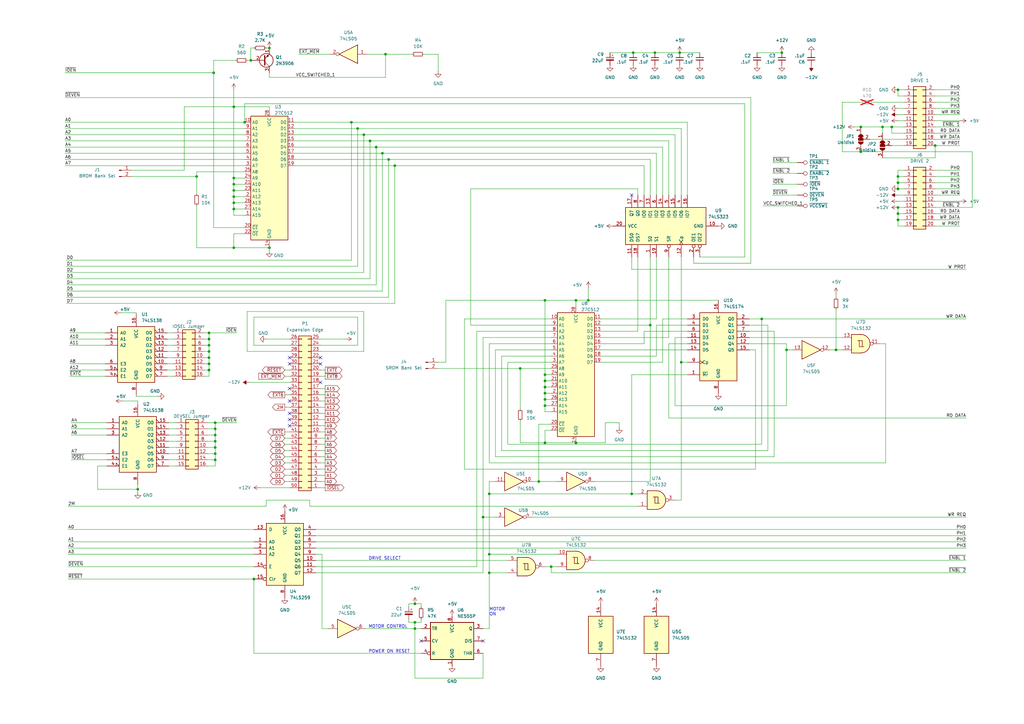
<source format=kicad_sch>
(kicad_sch
	(version 20250114)
	(generator "eeschema")
	(generator_version "9.0")
	(uuid "8d29f76a-632b-4d71-951f-82f85a7a70e9")
	(paper "A3")
	
	(text "DRIVE SELECT"
		(exclude_from_sim no)
		(at 151.13 229.87 0)
		(effects
			(font
				(size 1.27 1.27)
			)
			(justify left bottom)
		)
		(uuid "32096c80-1d98-4ed0-8b17-2c750151b76c")
	)
	(text "MOTOR CONTROL"
		(exclude_from_sim no)
		(at 151.13 257.81 0)
		(effects
			(font
				(size 1.27 1.27)
			)
			(justify left bottom)
		)
		(uuid "b6ef62f4-c465-4c3c-acae-af238f4f26b2")
	)
	(text "POWER ON RESET"
		(exclude_from_sim no)
		(at 151.13 267.97 0)
		(effects
			(font
				(size 1.27 1.27)
			)
			(justify left bottom)
		)
		(uuid "dc85ec82-107c-4516-8ee4-ef92570893f2")
	)
	(text "MOTOR\nON"
		(exclude_from_sim no)
		(at 200.66 252.73 0)
		(effects
			(font
				(size 1.27 1.27)
			)
			(justify left bottom)
		)
		(uuid "f1de4597-caac-4049-8722-f6b4249c5637")
	)
	(junction
		(at 110.49 101.6)
		(diameter 0)
		(color 0 0 0 0)
		(uuid "05c35608-664a-4ca0-a2cf-31b6dd200424")
	)
	(junction
		(at 223.52 156.21)
		(diameter 0)
		(color 0 0 0 0)
		(uuid "0879c555-36d5-4c97-9aed-43411da9ea34")
	)
	(junction
		(at 266.7 133.35)
		(diameter 0)
		(color 0 0 0 0)
		(uuid "0a7b412f-70cb-4bdd-ac90-37c18fe81247")
	)
	(junction
		(at 102.87 24.765)
		(diameter 0)
		(color 0 0 0 0)
		(uuid "0ba9ed8e-e999-4972-b176-08070152cb22")
	)
	(junction
		(at 85.725 149.225)
		(diameter 0)
		(color 0 0 0 0)
		(uuid "15605a0c-cf96-43bb-bf76-4c3d136378e6")
	)
	(junction
		(at 85.725 146.685)
		(diameter 0)
		(color 0 0 0 0)
		(uuid "1d4718a5-778a-4c3f-af8e-520b4e244b5b")
	)
	(junction
		(at 88.265 188.595)
		(diameter 0)
		(color 0 0 0 0)
		(uuid "1e542cfd-ea36-43ee-93f7-7150fc86a6b4")
	)
	(junction
		(at 365.76 52.07)
		(diameter 0)
		(color 0 0 0 0)
		(uuid "1e8fbe2b-8679-4f6a-aaab-41b5049b065b")
	)
	(junction
		(at 383.54 59.69)
		(diameter 0)
		(color 0 0 0 0)
		(uuid "1ea8a149-4aba-4853-bb4c-0394837ed622")
	)
	(junction
		(at 223.52 163.83)
		(diameter 0)
		(color 0 0 0 0)
		(uuid "1f6afc94-5427-44ba-ab5f-f21ca14d71ab")
	)
	(junction
		(at 200.66 227.33)
		(diameter 0)
		(color 0 0 0 0)
		(uuid "21deab9e-fe49-40f1-b271-ad9e3c1158a7")
	)
	(junction
		(at 88.265 173.355)
		(diameter 0)
		(color 0 0 0 0)
		(uuid "24448ccd-4e6b-4297-b1cd-b6b3f34a53d5")
	)
	(junction
		(at 223.52 161.29)
		(diameter 0)
		(color 0 0 0 0)
		(uuid "245bc0dd-2dc9-4f33-9560-45e6c9b400d0")
	)
	(junction
		(at 95.885 78.105)
		(diameter 0)
		(color 0 0 0 0)
		(uuid "25f08a18-5173-49a1-aa77-e63c3fb09d67")
	)
	(junction
		(at 100.33 50.165)
		(diameter 0)
		(color 0 0 0 0)
		(uuid "28fb8a3f-b729-4ea4-99d2-cd1ac9fbe931")
	)
	(junction
		(at 88.265 183.515)
		(diameter 0)
		(color 0 0 0 0)
		(uuid "2c34ae5a-d1be-4bcf-bebe-ffa670279c84")
	)
	(junction
		(at 158.115 22.225)
		(diameter 0)
		(color 0 0 0 0)
		(uuid "2de61a2d-59ef-4d7a-826c-d5174ad86c3e")
	)
	(junction
		(at 146.685 52.705)
		(diameter 0)
		(color 0 0 0 0)
		(uuid "30f5f225-0a6f-48a9-bb29-175458688e88")
	)
	(junction
		(at 223.52 153.67)
		(diameter 0)
		(color 0 0 0 0)
		(uuid "3b5798c4-1c2c-4a98-b765-79969f2e65cd")
	)
	(junction
		(at 88.265 180.975)
		(diameter 0)
		(color 0 0 0 0)
		(uuid "3cd3a86d-dd12-4db6-88c3-bb7512f569e8")
	)
	(junction
		(at 95.885 85.725)
		(diameter 0)
		(color 0 0 0 0)
		(uuid "3d15289f-6bd0-498d-9a91-a024047ae632")
	)
	(junction
		(at 268.605 21.59)
		(diameter 0)
		(color 0 0 0 0)
		(uuid "3dc49e25-d3e2-497d-bca1-dce6211dd479")
	)
	(junction
		(at 368.3 77.47)
		(diameter 0)
		(color 0 0 0 0)
		(uuid "40c57ef4-872a-4933-bfac-3fad98a7faeb")
	)
	(junction
		(at 95.885 73.025)
		(diameter 0)
		(color 0 0 0 0)
		(uuid "44338e21-f061-4f16-bddc-4b95d1200ff8")
	)
	(junction
		(at 56.515 200.66)
		(diameter 0)
		(color 0 0 0 0)
		(uuid "4474fbc5-95c0-46eb-be76-03f928b7ae21")
	)
	(junction
		(at 320.675 21.59)
		(diameter 0)
		(color 0 0 0 0)
		(uuid "463c12d8-e767-4dd8-97c0-cdb283823d10")
	)
	(junction
		(at 259.08 202.565)
		(diameter 0)
		(color 0 0 0 0)
		(uuid "4d1bf63f-0fa7-41aa-b85c-9f91e7e3a330")
	)
	(junction
		(at 278.765 21.59)
		(diameter 0)
		(color 0 0 0 0)
		(uuid "5050a3d7-cc2e-41dc-a3ff-0ef2e03614ae")
	)
	(junction
		(at 88.265 175.895)
		(diameter 0)
		(color 0 0 0 0)
		(uuid "528db227-f1ec-48a4-84f3-957e6a0e2945")
	)
	(junction
		(at 85.725 141.605)
		(diameter 0)
		(color 0 0 0 0)
		(uuid "567b4917-422e-4da3-896c-e3f1f7b69bc9")
	)
	(junction
		(at 368.3 36.83)
		(diameter 0)
		(color 0 0 0 0)
		(uuid "5d0ce87b-48fa-46aa-8a28-60ec56664695")
	)
	(junction
		(at 88.265 186.055)
		(diameter 0)
		(color 0 0 0 0)
		(uuid "5f72fc10-b556-4014-a2dc-4c1edea61bbb")
	)
	(junction
		(at 154.305 60.325)
		(diameter 0)
		(color 0 0 0 0)
		(uuid "69a5cb29-894a-4088-9123-a45b36745aad")
	)
	(junction
		(at 88.265 178.435)
		(diameter 0)
		(color 0 0 0 0)
		(uuid "6beb30db-72de-42e8-a0d7-1b562182385d")
	)
	(junction
		(at 220.98 197.485)
		(diameter 0)
		(color 0 0 0 0)
		(uuid "6c2f69b3-9b7c-434c-bb20-a6baea35c014")
	)
	(junction
		(at 104.14 237.49)
		(diameter 0)
		(color 0 0 0 0)
		(uuid "73b75c6b-0481-4c40-949d-c5403ad081db")
	)
	(junction
		(at 368.3 74.93)
		(diameter 0)
		(color 0 0 0 0)
		(uuid "786a55f6-f68a-4747-9143-eb9c21ad29f8")
	)
	(junction
		(at 161.925 67.945)
		(diameter 0)
		(color 0 0 0 0)
		(uuid "797db6ae-81a2-4e43-b4a3-1a961e3d2ce2")
	)
	(junction
		(at 151.765 57.785)
		(diameter 0)
		(color 0 0 0 0)
		(uuid "7b51218c-7899-428e-9d5a-d5cbdf48df8f")
	)
	(junction
		(at 159.385 65.405)
		(diameter 0)
		(color 0 0 0 0)
		(uuid "7fbb1f98-7376-4587-9074-f062416820d2")
	)
	(junction
		(at 241.3 123.19)
		(diameter 0)
		(color 0 0 0 0)
		(uuid "813bc9ac-6aff-4f98-8f32-f441000ea493")
	)
	(junction
		(at 95.885 83.185)
		(diameter 0)
		(color 0 0 0 0)
		(uuid "82e60a17-5192-47b0-809b-9d2b4e3e2a41")
	)
	(junction
		(at 85.725 136.525)
		(diameter 0)
		(color 0 0 0 0)
		(uuid "83915695-10b4-4375-96ca-404e57c38876")
	)
	(junction
		(at 144.145 50.165)
		(diameter 0)
		(color 0 0 0 0)
		(uuid "84cb6800-fdec-4336-9e0d-692f16a0e20e")
	)
	(junction
		(at 279.4 148.59)
		(diameter 0)
		(color 0 0 0 0)
		(uuid "87a0eb59-2dce-441c-9dd8-c0e92ab69b80")
	)
	(junction
		(at 198.12 212.09)
		(diameter 0)
		(color 0 0 0 0)
		(uuid "8e5d7652-5f57-4b05-a03e-7724a43fa613")
	)
	(junction
		(at 95.885 101.6)
		(diameter 0)
		(color 0 0 0 0)
		(uuid "8f5ebc58-e6f8-4787-8942-a1ec1418d1b7")
	)
	(junction
		(at 322.58 143.51)
		(diameter 0)
		(color 0 0 0 0)
		(uuid "9072744a-3983-4bde-8321-c7b4fbdcaee0")
	)
	(junction
		(at 170.18 257.81)
		(diameter 0)
		(color 0 0 0 0)
		(uuid "94683f4a-bad4-4ca4-aec8-1e76d7911546")
	)
	(junction
		(at 170.18 255.27)
		(diameter 0)
		(color 0 0 0 0)
		(uuid "9689360c-62f4-4ccd-928a-0354a8b12062")
	)
	(junction
		(at 170.18 247.65)
		(diameter 0)
		(color 0 0 0 0)
		(uuid "98f039f2-3a30-409f-8e2f-7f3bd469c43e")
	)
	(junction
		(at 368.3 72.39)
		(diameter 0)
		(color 0 0 0 0)
		(uuid "9a860088-5b1b-4997-b300-ff2cfa89e410")
	)
	(junction
		(at 80.645 72.39)
		(diameter 0)
		(color 0 0 0 0)
		(uuid "9c85b338-410e-4f21-85a1-16cc577a80f6")
	)
	(junction
		(at 223.52 181.61)
		(diameter 0)
		(color 0 0 0 0)
		(uuid "9fe2b187-bc45-4cca-a998-2f56a15f492e")
	)
	(junction
		(at 213.36 151.13)
		(diameter 0)
		(color 0 0 0 0)
		(uuid "a3fd1932-06aa-4647-b2d8-ad94fa969d00")
	)
	(junction
		(at 156.845 62.865)
		(diameter 0)
		(color 0 0 0 0)
		(uuid "a40c354b-9e3f-4183-952c-982ff222b866")
	)
	(junction
		(at 223.52 158.75)
		(diameter 0)
		(color 0 0 0 0)
		(uuid "a55a0779-c230-4e34-bb7b-f0f7788b5802")
	)
	(junction
		(at 85.725 139.065)
		(diameter 0)
		(color 0 0 0 0)
		(uuid "a83d4110-ac2d-4f84-be37-09b66f571eb9")
	)
	(junction
		(at 368.3 87.63)
		(diameter 0)
		(color 0 0 0 0)
		(uuid "a8b53387-bb5e-4160-878a-021b66310ef4")
	)
	(junction
		(at 95.885 80.645)
		(diameter 0)
		(color 0 0 0 0)
		(uuid "a8beffd9-87f8-453c-afce-3b5f62487bd7")
	)
	(junction
		(at 85.725 151.765)
		(diameter 0)
		(color 0 0 0 0)
		(uuid "b1fa9f39-1a4a-4822-9751-a1f130395fdb")
	)
	(junction
		(at 85.725 144.145)
		(diameter 0)
		(color 0 0 0 0)
		(uuid "b39130d2-2e46-4427-8a0f-d53c56f819d3")
	)
	(junction
		(at 200.66 202.565)
		(diameter 0)
		(color 0 0 0 0)
		(uuid "b3d6d337-68bb-4836-b7fe-89e885bcad7c")
	)
	(junction
		(at 368.3 85.09)
		(diameter 0)
		(color 0 0 0 0)
		(uuid "b6c465a5-bb87-454a-97c7-05467e0dccf6")
	)
	(junction
		(at 87.63 29.845)
		(diameter 0)
		(color 0 0 0 0)
		(uuid "b86adde4-e9f6-4cff-9214-7308b62f93b2")
	)
	(junction
		(at 200.66 234.95)
		(diameter 0)
		(color 0 0 0 0)
		(uuid "bf10109e-476a-4edb-af39-68c09c46d515")
	)
	(junction
		(at 149.225 55.245)
		(diameter 0)
		(color 0 0 0 0)
		(uuid "bf139f30-b47c-44ad-b650-ef3c6c14a974")
	)
	(junction
		(at 223.52 166.37)
		(diameter 0)
		(color 0 0 0 0)
		(uuid "cf82bfd1-c322-4834-8111-b1cc12dbb0c1")
	)
	(junction
		(at 353.06 52.07)
		(diameter 0)
		(color 0 0 0 0)
		(uuid "e148e5c5-24ad-4f9f-95ae-ac7f40a64813")
	)
	(junction
		(at 236.22 181.61)
		(diameter 0)
		(color 0 0 0 0)
		(uuid "e1ed6a2a-b089-4042-ae3a-4aafc9c776cd")
	)
	(junction
		(at 342.9 143.51)
		(diameter 0)
		(color 0 0 0 0)
		(uuid "e2416487-9682-4e25-b69e-39b86bcb6212")
	)
	(junction
		(at 223.52 123.19)
		(diameter 0)
		(color 0 0 0 0)
		(uuid "e44c4ffb-887d-4faa-822f-fe542d4a4c90")
	)
	(junction
		(at 236.22 123.19)
		(diameter 0)
		(color 0 0 0 0)
		(uuid "e7b57ddc-28e9-4fe3-beee-f7ac91049199")
	)
	(junction
		(at 368.3 90.17)
		(diameter 0)
		(color 0 0 0 0)
		(uuid "e842378a-2f4b-489f-9cb1-df531ab6638b")
	)
	(junction
		(at 312.42 130.81)
		(diameter 0)
		(color 0 0 0 0)
		(uuid "ec467555-1589-4c66-b85c-290dc8c684e7")
	)
	(junction
		(at 95.885 43.815)
		(diameter 0)
		(color 0 0 0 0)
		(uuid "ec4ee92f-b995-4c82-a511-8424fb0c79b2")
	)
	(junction
		(at 110.49 19.685)
		(diameter 0)
		(color 0 0 0 0)
		(uuid "ed715a72-5a70-4e8f-b840-137e6099d87c")
	)
	(junction
		(at 226.06 232.41)
		(diameter 0)
		(color 0 0 0 0)
		(uuid "f7d6edbc-0cf0-400c-bdd8-390463e62a6f")
	)
	(junction
		(at 361.95 52.07)
		(diameter 0)
		(color 0 0 0 0)
		(uuid "f866dbb5-de03-4d6d-a840-f4944249ed73")
	)
	(junction
		(at 95.885 75.565)
		(diameter 0)
		(color 0 0 0 0)
		(uuid "fc92d096-10d0-42f8-9ddf-df80125b38cd")
	)
	(junction
		(at 259.715 21.59)
		(diameter 0)
		(color 0 0 0 0)
		(uuid "fe287263-7782-408f-9055-5294e8efa29c")
	)
	(junction
		(at 353.06 62.23)
		(diameter 0)
		(color 0 0 0 0)
		(uuid "fe2cb73c-c9d3-40ab-a3af-645fc2e660d9")
	)
	(no_connect
		(at 131.445 146.685)
		(uuid "09cb5ca2-f037-4767-bd4d-094c054413ca")
	)
	(no_connect
		(at 118.745 149.225)
		(uuid "0c808b20-1ba0-487f-bde6-631fcdf86992")
	)
	(no_connect
		(at 172.72 262.89)
		(uuid "24ce83df-adc7-49b1-8de5-59140a6a241c")
	)
	(no_connect
		(at 259.08 80.01)
		(uuid "3801ac87-4c62-4d90-bb89-bd02a827a7a2")
	)
	(no_connect
		(at 118.745 172.085)
		(uuid "3df9b39c-f7bd-4e28-98f6-f2a8b555dccf")
	)
	(no_connect
		(at 118.745 169.545)
		(uuid "5ea4b0f4-536a-4279-ac4c-04203f194641")
	)
	(no_connect
		(at 131.445 149.225)
		(uuid "74c89753-aa43-46ac-82d6-f1c8035f7dc9")
	)
	(no_connect
		(at 198.12 262.89)
		(uuid "76bde493-9706-455b-a7ea-a279cace855f")
	)
	(no_connect
		(at 118.745 164.465)
		(uuid "7f40a9b2-6015-430a-bf2e-e9397fb5675f")
	)
	(no_connect
		(at 118.745 146.685)
		(uuid "845f3c28-3ea3-4169-9f2b-9dd6d4e7a7f3")
	)
	(no_connect
		(at 131.445 156.845)
		(uuid "a65c5215-f32e-4281-a70d-d2e04994f325")
	)
	(no_connect
		(at 118.745 174.625)
		(uuid "cc97dbf1-a437-4548-ac8f-50dfd2b59e4a")
	)
	(no_connect
		(at 118.745 159.385)
		(uuid "dfa21c67-ce2b-471f-aa3e-6773bee1e862")
	)
	(wire
		(pts
			(xy 322.58 140.97) (xy 322.58 143.51)
		)
		(stroke
			(width 0)
			(type default)
		)
		(uuid "002fd2d7-be66-4a87-8e49-65dcdd3be486")
	)
	(wire
		(pts
			(xy 248.285 181.61) (xy 248.285 173.355)
		)
		(stroke
			(width 0)
			(type default)
		)
		(uuid "003a73d5-bba8-4f69-b405-e7bae5f6934b")
	)
	(wire
		(pts
			(xy 383.54 64.77) (xy 383.54 59.69)
		)
		(stroke
			(width 0)
			(type default)
		)
		(uuid "005520ab-aa54-434d-95d0-10b1cd21ee1c")
	)
	(wire
		(pts
			(xy 85.725 136.525) (xy 85.725 139.065)
		)
		(stroke
			(width 0)
			(type default)
		)
		(uuid "00a94d22-003f-40ec-845f-c4453633bc53")
	)
	(wire
		(pts
			(xy 56.515 198.755) (xy 56.515 200.66)
		)
		(stroke
			(width 0)
			(type default)
		)
		(uuid "010d2632-ed4a-42a1-88c1-728d0e602dd6")
	)
	(wire
		(pts
			(xy 110.49 102.87) (xy 110.49 101.6)
		)
		(stroke
			(width 0)
			(type default)
		)
		(uuid "0185753a-a588-46cb-9bd2-7d92b7488512")
	)
	(wire
		(pts
			(xy 223.52 161.29) (xy 223.52 163.83)
		)
		(stroke
			(width 0)
			(type default)
		)
		(uuid "01ba4be6-9e75-4304-ab82-859249ee68f2")
	)
	(wire
		(pts
			(xy 193.04 77.47) (xy 193.04 133.35)
		)
		(stroke
			(width 0)
			(type default)
		)
		(uuid "01cfb3cc-45cf-4443-824a-1ca7d2dfc72d")
	)
	(wire
		(pts
			(xy 179.705 151.13) (xy 213.36 151.13)
		)
		(stroke
			(width 0)
			(type default)
		)
		(uuid "01d83745-668f-4543-9cc1-4a77d118a2b3")
	)
	(wire
		(pts
			(xy 170.18 257.81) (xy 172.72 257.81)
		)
		(stroke
			(width 0)
			(type default)
		)
		(uuid "02da0d16-3d12-46a4-9bc8-dac4689f99fc")
	)
	(wire
		(pts
			(xy 28.575 139.065) (xy 43.18 139.065)
		)
		(stroke
			(width 0)
			(type default)
		)
		(uuid "0372d352-2b15-4522-a99d-9b308d4b21f3")
	)
	(wire
		(pts
			(xy 236.22 123.19) (xy 236.22 125.73)
		)
		(stroke
			(width 0)
			(type default)
		)
		(uuid "03d3d3d3-e776-4c5d-a5f8-483f41545fa0")
	)
	(wire
		(pts
			(xy 276.86 55.245) (xy 276.86 80.01)
		)
		(stroke
			(width 0)
			(type default)
		)
		(uuid "040f556c-b731-474e-ba57-fe04d7580ff1")
	)
	(wire
		(pts
			(xy 203.2 187.325) (xy 317.5 187.325)
		)
		(stroke
			(width 0)
			(type default)
		)
		(uuid "0553e7ea-1d50-48ac-ac36-3cd63cd9aeea")
	)
	(wire
		(pts
			(xy 368.3 74.93) (xy 368.3 77.47)
		)
		(stroke
			(width 0)
			(type default)
		)
		(uuid "05fc52a7-2bcc-4649-8376-4c214b84bb97")
	)
	(wire
		(pts
			(xy 327.025 71.12) (xy 316.865 71.12)
		)
		(stroke
			(width 0)
			(type default)
		)
		(uuid "06554c61-3879-42e7-bf14-88ec2b2f2cc4")
	)
	(wire
		(pts
			(xy 83.82 141.605) (xy 85.725 141.605)
		)
		(stroke
			(width 0)
			(type default)
		)
		(uuid "069b6b70-2781-406e-a655-e9752625b982")
	)
	(wire
		(pts
			(xy 104.14 130.048) (xy 104.14 141.605)
		)
		(stroke
			(width 0)
			(type default)
		)
		(uuid "07f2b615-5605-464c-80d8-11014832cdd0")
	)
	(wire
		(pts
			(xy 158.115 31.75) (xy 158.115 22.225)
		)
		(stroke
			(width 0)
			(type default)
		)
		(uuid "07f86f79-4086-4875-8ceb-b9ee61abd8d7")
	)
	(wire
		(pts
			(xy 129.54 229.87) (xy 208.28 229.87)
		)
		(stroke
			(width 0)
			(type default)
		)
		(uuid "07f89384-a348-4bbf-a28a-b33c80b0b3ed")
	)
	(wire
		(pts
			(xy 236.22 181.61) (xy 223.52 181.61)
		)
		(stroke
			(width 0)
			(type default)
		)
		(uuid "0823ec80-9f4f-4636-8f6b-e201415c7393")
	)
	(wire
		(pts
			(xy 383.54 90.17) (xy 393.7 90.17)
		)
		(stroke
			(width 0)
			(type default)
		)
		(uuid "08362519-b1e4-4590-b4b6-c24b3a2cf7bb")
	)
	(wire
		(pts
			(xy 190.5 192.405) (xy 309.88 192.405)
		)
		(stroke
			(width 0)
			(type default)
		)
		(uuid "0a546a50-d10e-4e34-9f3b-20da1ac81caa")
	)
	(wire
		(pts
			(xy 226.06 234.95) (xy 396.24 234.95)
		)
		(stroke
			(width 0)
			(type default)
		)
		(uuid "0ae6ec9f-c2d0-41a1-90f4-0b58ed9f7c02")
	)
	(wire
		(pts
			(xy 120.65 60.325) (xy 154.305 60.325)
		)
		(stroke
			(width 0)
			(type default)
		)
		(uuid "0b9926af-65cd-4ea2-9312-fe7c9913ce8e")
	)
	(wire
		(pts
			(xy 83.82 144.145) (xy 85.725 144.145)
		)
		(stroke
			(width 0)
			(type default)
		)
		(uuid "0be18984-773f-49ef-a1ef-0ae3e40ae114")
	)
	(wire
		(pts
			(xy 172.72 247.65) (xy 172.72 248.92)
		)
		(stroke
			(width 0)
			(type default)
		)
		(uuid "0c5d24ae-baf9-4661-9db5-5926b2ac1d6b")
	)
	(wire
		(pts
			(xy 246.38 133.35) (xy 266.7 133.35)
		)
		(stroke
			(width 0)
			(type default)
		)
		(uuid "0c7cadb5-6da1-4221-83d0-f0170aff118f")
	)
	(wire
		(pts
			(xy 131.445 189.865) (xy 133.35 189.865)
		)
		(stroke
			(width 0)
			(type default)
		)
		(uuid "0cd9d382-dd16-4687-ae20-27db55c4969f")
	)
	(wire
		(pts
			(xy 278.765 21.59) (xy 268.605 21.59)
		)
		(stroke
			(width 0)
			(type default)
		)
		(uuid "0eb99482-694f-4ff1-89fa-58ae1322d661")
	)
	(wire
		(pts
			(xy 95.885 83.185) (xy 95.885 85.725)
		)
		(stroke
			(width 0)
			(type default)
		)
		(uuid "0ee42175-0922-4fb8-8624-c0ef2f28e750")
	)
	(wire
		(pts
			(xy 29.21 178.435) (xy 43.815 178.435)
		)
		(stroke
			(width 0)
			(type default)
		)
		(uuid "0eeabcd7-348c-496c-bf89-9efee8011e76")
	)
	(wire
		(pts
			(xy 75.565 43.815) (xy 75.565 69.85)
		)
		(stroke
			(width 0)
			(type default)
		)
		(uuid "0f6a6bb9-658a-4cc8-aaab-2f8456bff783")
	)
	(wire
		(pts
			(xy 131.445 161.925) (xy 133.35 161.925)
		)
		(stroke
			(width 0)
			(type default)
		)
		(uuid "11530c3b-e92a-4222-8587-26beff227523")
	)
	(wire
		(pts
			(xy 223.52 156.21) (xy 226.06 156.21)
		)
		(stroke
			(width 0)
			(type default)
		)
		(uuid "11aec3cf-6786-4b61-9abd-5102df521d8b")
	)
	(wire
		(pts
			(xy 85.725 149.225) (xy 85.725 151.765)
		)
		(stroke
			(width 0)
			(type default)
		)
		(uuid "11dd4137-c665-4866-85ed-f9fe8e15cd9c")
	)
	(wire
		(pts
			(xy 146.685 130.048) (xy 104.14 130.048)
		)
		(stroke
			(width 0)
			(type default)
		)
		(uuid "12ae0546-56ce-4946-ae78-a3f728f0fec8")
	)
	(wire
		(pts
			(xy 223.52 166.37) (xy 226.06 166.37)
		)
		(stroke
			(width 0)
			(type default)
		)
		(uuid "146549e8-1fcd-4d37-bd27-c60fa48989bf")
	)
	(wire
		(pts
			(xy 129.54 219.71) (xy 396.24 219.71)
		)
		(stroke
			(width 0)
			(type default)
		)
		(uuid "1509c567-c73b-47f2-8d0f-5f03d2c921cd")
	)
	(wire
		(pts
			(xy 101.346 144.145) (xy 118.745 144.145)
		)
		(stroke
			(width 0)
			(type default)
		)
		(uuid "151c7a5c-1632-4466-9a42-660310eb7d64")
	)
	(wire
		(pts
			(xy 116.84 167.005) (xy 118.745 167.005)
		)
		(stroke
			(width 0)
			(type default)
		)
		(uuid "15b9b2c6-c334-4e36-8e4f-94f73fcd7630")
	)
	(wire
		(pts
			(xy 131.445 154.305) (xy 133.35 154.305)
		)
		(stroke
			(width 0)
			(type default)
		)
		(uuid "16401bde-830b-4199-83e6-9779a594a4d2")
	)
	(wire
		(pts
			(xy 116.84 192.405) (xy 118.745 192.405)
		)
		(stroke
			(width 0)
			(type default)
		)
		(uuid "17982d4b-6e11-43bc-b285-ce88a4c766c4")
	)
	(wire
		(pts
			(xy 149.225 55.245) (xy 149.225 111.76)
		)
		(stroke
			(width 0)
			(type default)
		)
		(uuid "188d085c-7dae-4530-bce0-1bd1ae787617")
	)
	(wire
		(pts
			(xy 27.305 109.22) (xy 146.685 109.22)
		)
		(stroke
			(width 0)
			(type default)
		)
		(uuid "18bb29e6-bd56-4695-9c90-9d4b55326793")
	)
	(wire
		(pts
			(xy 95.885 80.645) (xy 100.33 80.645)
		)
		(stroke
			(width 0)
			(type default)
		)
		(uuid "18cd97b8-567e-461a-a569-6d9b12001701")
	)
	(wire
		(pts
			(xy 161.925 67.945) (xy 161.925 124.46)
		)
		(stroke
			(width 0)
			(type default)
		)
		(uuid "19500551-9ab5-4760-9805-a118fda9c985")
	)
	(wire
		(pts
			(xy 305.435 105.41) (xy 287.02 105.41)
		)
		(stroke
			(width 0)
			(type default)
		)
		(uuid "1b90a748-4469-4403-b368-76126115304b")
	)
	(wire
		(pts
			(xy 131.445 187.325) (xy 133.35 187.325)
		)
		(stroke
			(width 0)
			(type default)
		)
		(uuid "1bdb2ec4-0b54-486d-ab8a-3a3cf73fc46f")
	)
	(wire
		(pts
			(xy 383.54 87.63) (xy 393.7 87.63)
		)
		(stroke
			(width 0)
			(type default)
		)
		(uuid "1be80b5c-5e71-4a4a-961c-b34579570a79")
	)
	(wire
		(pts
			(xy 144.145 50.165) (xy 281.94 50.165)
		)
		(stroke
			(width 0)
			(type default)
		)
		(uuid "1c9db634-753f-4221-a5bc-7ad4208eb554")
	)
	(wire
		(pts
			(xy 129.54 224.79) (xy 396.24 224.79)
		)
		(stroke
			(width 0)
			(type default)
		)
		(uuid "1cab1c13-e5e2-44d6-8611-199df41cc51a")
	)
	(wire
		(pts
			(xy 223.52 161.29) (xy 226.06 161.29)
		)
		(stroke
			(width 0)
			(type default)
		)
		(uuid "1cb61f41-3d1c-4dff-9479-62fab2287e26")
	)
	(wire
		(pts
			(xy 383.54 77.47) (xy 393.7 77.47)
		)
		(stroke
			(width 0)
			(type default)
		)
		(uuid "1d496e3c-d9a8-486f-a410-c99bf08bd807")
	)
	(wire
		(pts
			(xy 361.95 52.07) (xy 365.76 52.07)
		)
		(stroke
			(width 0)
			(type default)
		)
		(uuid "1dda161e-260d-4726-85f3-e91e571d654a")
	)
	(wire
		(pts
			(xy 198.12 138.43) (xy 198.12 212.09)
		)
		(stroke
			(width 0)
			(type default)
		)
		(uuid "1e9b3331-6e4c-425f-bd5b-40abfe37006d")
	)
	(wire
		(pts
			(xy 159.385 65.405) (xy 159.385 121.92)
		)
		(stroke
			(width 0)
			(type default)
		)
		(uuid "1eb92119-727b-45ae-afe1-c32360d66c60")
	)
	(wire
		(pts
			(xy 213.36 172.72) (xy 213.36 181.61)
		)
		(stroke
			(width 0)
			(type default)
		)
		(uuid "1f047f7a-4f58-483c-a838-16e33a170444")
	)
	(wire
		(pts
			(xy 236.22 123.19) (xy 241.3 123.19)
		)
		(stroke
			(width 0)
			(type default)
		)
		(uuid "1f822886-b150-4786-b463-4be39e03903a")
	)
	(wire
		(pts
			(xy 383.54 85.09) (xy 398.78 85.09)
		)
		(stroke
			(width 0)
			(type default)
		)
		(uuid "1fe2f8af-ca13-49d2-b540-1d676020e7bd")
	)
	(wire
		(pts
			(xy 149.225 144.145) (xy 149.225 127.762)
		)
		(stroke
			(width 0)
			(type default)
		)
		(uuid "203d27a7-ebba-4d12-badd-bc5fc73a868a")
	)
	(wire
		(pts
			(xy 95.885 101.6) (xy 80.645 101.6)
		)
		(stroke
			(width 0)
			(type default)
		)
		(uuid "204e05df-26b4-4276-bf7a-8eea107c2c98")
	)
	(wire
		(pts
			(xy 146.685 52.705) (xy 279.4 52.705)
		)
		(stroke
			(width 0)
			(type default)
		)
		(uuid "206dcf71-bf16-4891-9f5e-88ec4e245610")
	)
	(wire
		(pts
			(xy 320.675 21.59) (xy 310.515 21.59)
		)
		(stroke
			(width 0)
			(type default)
		)
		(uuid "20b6a1e8-b9fb-42eb-aebb-c1936f2291ce")
	)
	(wire
		(pts
			(xy 68.58 146.685) (xy 71.12 146.685)
		)
		(stroke
			(width 0)
			(type default)
		)
		(uuid "226991fb-ca2b-48ff-8520-0a29fe7d9306")
	)
	(wire
		(pts
			(xy 350.52 52.07) (xy 353.06 52.07)
		)
		(stroke
			(width 0)
			(type default)
		)
		(uuid "22875feb-91b0-472b-8b00-e74ac9893d1e")
	)
	(wire
		(pts
			(xy 269.24 62.865) (xy 269.24 80.01)
		)
		(stroke
			(width 0)
			(type default)
		)
		(uuid "2375a23b-508c-4bd3-8e4f-5aebe6b07800")
	)
	(wire
		(pts
			(xy 80.645 72.39) (xy 80.645 70.485)
		)
		(stroke
			(width 0)
			(type default)
		)
		(uuid "23955a25-f4da-497a-b473-c0e5f5f270aa")
	)
	(wire
		(pts
			(xy 182.88 123.19) (xy 182.88 148.59)
		)
		(stroke
			(width 0)
			(type default)
		)
		(uuid "2398833d-04b7-452d-ba6b-d7e4fe02f403")
	)
	(wire
		(pts
			(xy 274.32 105.41) (xy 274.32 138.43)
		)
		(stroke
			(width 0)
			(type default)
		)
		(uuid "23cc4ae3-9b03-40bb-82e0-23fc4d40ea5f")
	)
	(wire
		(pts
			(xy 29.21 173.355) (xy 43.815 173.355)
		)
		(stroke
			(width 0)
			(type default)
		)
		(uuid "23d03d7f-3fa3-4262-94ef-c7d67723f473")
	)
	(wire
		(pts
			(xy 363.22 189.865) (xy 363.22 140.97)
		)
		(stroke
			(width 0)
			(type default)
		)
		(uuid "24bfe3c6-60e2-4a78-bb62-924392218143")
	)
	(wire
		(pts
			(xy 131.445 179.705) (xy 133.35 179.705)
		)
		(stroke
			(width 0)
			(type default)
		)
		(uuid "25d35aca-2b44-482d-a9c6-cd18913cbaf2")
	)
	(wire
		(pts
			(xy 317.5 187.325) (xy 317.5 135.89)
		)
		(stroke
			(width 0)
			(type default)
		)
		(uuid "26bfe3d7-2568-4e2f-8999-9e95f79e347d")
	)
	(wire
		(pts
			(xy 85.09 173.355) (xy 88.265 173.355)
		)
		(stroke
			(width 0)
			(type default)
		)
		(uuid "27b53377-6b90-493b-b895-b0fcefdc409c")
	)
	(wire
		(pts
			(xy 55.88 162.56) (xy 55.88 161.925)
		)
		(stroke
			(width 0)
			(type default)
		)
		(uuid "285627d0-acc1-4cd2-89a3-1af34c724ae4")
	)
	(wire
		(pts
			(xy 259.715 21.59) (xy 268.605 21.59)
		)
		(stroke
			(width 0)
			(type default)
		)
		(uuid "28ee4499-e07b-43fb-bdd3-59c6b0292bd3")
	)
	(wire
		(pts
			(xy 27.94 207.645) (xy 109.22 207.645)
		)
		(stroke
			(width 0)
			(type default)
		)
		(uuid "29c06ac6-9c42-4ff5-bb25-48d0c8388580")
	)
	(wire
		(pts
			(xy 170.18 278.13) (xy 170.18 257.81)
		)
		(stroke
			(width 0)
			(type default)
		)
		(uuid "2a298268-8c25-4a45-ac9c-e4dea7c4f57f")
	)
	(wire
		(pts
			(xy 100.33 42.545) (xy 100.33 50.165)
		)
		(stroke
			(width 0)
			(type default)
		)
		(uuid "2a2a7cf9-e7e9-47ed-92d0-ed0421f9cb4d")
	)
	(wire
		(pts
			(xy 131.445 174.625) (xy 133.35 174.625)
		)
		(stroke
			(width 0)
			(type default)
		)
		(uuid "2ab04268-d2c1-443d-9da8-f95d2b922db2")
	)
	(wire
		(pts
			(xy 53.975 72.39) (xy 80.645 72.39)
		)
		(stroke
			(width 0)
			(type default)
		)
		(uuid "2b5a2f12-d2ee-4114-84b5-06e37c3a525f")
	)
	(wire
		(pts
			(xy 342.9 127) (xy 342.9 143.51)
		)
		(stroke
			(width 0)
			(type default)
		)
		(uuid "2ba5ec4f-a8db-4682-b3f7-54096fceba9a")
	)
	(wire
		(pts
			(xy 243.84 197.485) (xy 266.7 197.485)
		)
		(stroke
			(width 0)
			(type default)
		)
		(uuid "2c16da2e-69d4-4190-802f-fbd3cd59c96a")
	)
	(wire
		(pts
			(xy 129.54 234.95) (xy 198.12 234.95)
		)
		(stroke
			(width 0)
			(type default)
		)
		(uuid "2c8f55da-067b-4d3b-820e-5c0a11e5c7ab")
	)
	(wire
		(pts
			(xy 266.7 65.405) (xy 266.7 80.01)
		)
		(stroke
			(width 0)
			(type default)
		)
		(uuid "2c9b0c63-46b3-42f9-8c9e-6a34c099e00c")
	)
	(wire
		(pts
			(xy 190.5 130.81) (xy 226.06 130.81)
		)
		(stroke
			(width 0)
			(type default)
		)
		(uuid "2c9b1e05-123b-4754-adb2-bc98e3bb0e97")
	)
	(wire
		(pts
			(xy 27.305 106.68) (xy 144.145 106.68)
		)
		(stroke
			(width 0)
			(type default)
		)
		(uuid "2cbe804e-fa9f-40b7-8273-4e50a6d4c6f4")
	)
	(wire
		(pts
			(xy 27.305 111.76) (xy 149.225 111.76)
		)
		(stroke
			(width 0)
			(type default)
		)
		(uuid "2cc0634a-2688-4834-ae28-e2595dafd825")
	)
	(wire
		(pts
			(xy 200.66 227.33) (xy 200.66 234.95)
		)
		(stroke
			(width 0)
			(type default)
		)
		(uuid "2cc630b5-2500-4fa2-886f-ccf6a7ba2fa0")
	)
	(wire
		(pts
			(xy 102.87 19.685) (xy 104.14 19.685)
		)
		(stroke
			(width 0)
			(type default)
		)
		(uuid "2d232f74-4aba-4ea5-94ec-b0a706ad1466")
	)
	(wire
		(pts
			(xy 95.885 83.185) (xy 100.33 83.185)
		)
		(stroke
			(width 0)
			(type default)
		)
		(uuid "2d35af53-f4dc-4d5f-894d-cb4d07b6d7c6")
	)
	(wire
		(pts
			(xy 83.82 154.305) (xy 85.725 154.305)
		)
		(stroke
			(width 0)
			(type default)
		)
		(uuid "2e1afdfd-04a4-4a81-86fa-5d91ad3a5d78")
	)
	(wire
		(pts
			(xy 116.84 182.245) (xy 118.745 182.245)
		)
		(stroke
			(width 0)
			(type default)
		)
		(uuid "2f250031-cd09-4dcd-a85f-5ef9ad5a6c05")
	)
	(wire
		(pts
			(xy 383.54 41.91) (xy 393.7 41.91)
		)
		(stroke
			(width 0)
			(type default)
		)
		(uuid "2f6019e0-a517-4718-a181-073367eb84ab")
	)
	(wire
		(pts
			(xy 200.66 140.97) (xy 200.66 189.865)
		)
		(stroke
			(width 0)
			(type default)
		)
		(uuid "2fb296b0-6096-4c7a-85c9-e6a15a41ef1a")
	)
	(wire
		(pts
			(xy 95.885 75.565) (xy 95.885 78.105)
		)
		(stroke
			(width 0)
			(type default)
		)
		(uuid "30403b14-9def-435c-bd6f-a85844ce71df")
	)
	(wire
		(pts
			(xy 27.305 124.46) (xy 161.925 124.46)
		)
		(stroke
			(width 0)
			(type default)
		)
		(uuid "30d6aadb-d508-4cae-a200-774e606bbfa1")
	)
	(wire
		(pts
			(xy 261.62 105.41) (xy 261.62 135.89)
		)
		(stroke
			(width 0)
			(type default)
		)
		(uuid "31d27f1b-b8bd-4e3f-b671-71b0b22ff6ff")
	)
	(wire
		(pts
			(xy 28.575 136.525) (xy 43.18 136.525)
		)
		(stroke
			(width 0)
			(type default)
		)
		(uuid "32ebe881-783b-4267-a979-85a0df767077")
	)
	(wire
		(pts
			(xy 200.66 189.865) (xy 363.22 189.865)
		)
		(stroke
			(width 0)
			(type default)
		)
		(uuid "34df1aa3-641f-4d1c-aae0-195b7c53ff43")
	)
	(wire
		(pts
			(xy 307.34 135.89) (xy 317.5 135.89)
		)
		(stroke
			(width 0)
			(type default)
		)
		(uuid "353ea4d8-3abc-48c0-990c-e9d2b9121467")
	)
	(wire
		(pts
			(xy 281.94 50.165) (xy 281.94 80.01)
		)
		(stroke
			(width 0)
			(type default)
		)
		(uuid "355d96a7-b863-431a-a668-481b97175e85")
	)
	(wire
		(pts
			(xy 131.445 192.405) (xy 133.35 192.405)
		)
		(stroke
			(width 0)
			(type default)
		)
		(uuid "35ee101e-87d7-4b57-ab93-1eb6551f657b")
	)
	(wire
		(pts
			(xy 80.645 84.455) (xy 80.645 101.6)
		)
		(stroke
			(width 0)
			(type default)
		)
		(uuid "3602f1c3-a297-477e-8d41-723debe510c7")
	)
	(wire
		(pts
			(xy 131.445 200.025) (xy 133.35 200.025)
		)
		(stroke
			(width 0)
			(type default)
		)
		(uuid "36320a72-48da-4e36-8f3e-297e7299917f")
	)
	(wire
		(pts
			(xy 27.94 217.17) (xy 104.14 217.17)
		)
		(stroke
			(width 0)
			(type default)
		)
		(uuid "369901b2-1923-434e-a616-68211a0c0ce3")
	)
	(wire
		(pts
			(xy 342.9 120.65) (xy 342.9 121.92)
		)
		(stroke
			(width 0)
			(type default)
		)
		(uuid "39504826-2165-4a11-aa9c-8dbb2537af7f")
	)
	(wire
		(pts
			(xy 49.53 128.27) (xy 55.88 128.27)
		)
		(stroke
			(width 0)
			(type default)
		)
		(uuid "3ab9f7fa-bb85-4bd9-a0b9-1a628caa4860")
	)
	(wire
		(pts
			(xy 167.64 247.65) (xy 170.18 247.65)
		)
		(stroke
			(width 0)
			(type default)
		)
		(uuid "3d57f0a0-b1c2-4787-ae65-480f4bd3f77f")
	)
	(wire
		(pts
			(xy 368.3 69.85) (xy 368.3 72.39)
		)
		(stroke
			(width 0)
			(type default)
		)
		(uuid "3d95c92d-78c7-41b6-8e43-8b3d8ab38152")
	)
	(wire
		(pts
			(xy 383.54 52.07) (xy 393.7 52.07)
		)
		(stroke
			(width 0)
			(type default)
		)
		(uuid "3ec79136-0629-45f8-b356-c72f40a2e69d")
	)
	(wire
		(pts
			(xy 218.44 197.485) (xy 220.98 197.485)
		)
		(stroke
			(width 0)
			(type default)
		)
		(uuid "3ef97970-f9aa-4dc6-890a-33e0c998d573")
	)
	(wire
		(pts
			(xy 243.84 229.87) (xy 396.24 229.87)
		)
		(stroke
			(width 0)
			(type default)
		)
		(uuid "3f141edf-b1b7-4c25-823b-bfa03f422569")
	)
	(wire
		(pts
			(xy 259.08 202.565) (xy 261.62 202.565)
		)
		(stroke
			(width 0)
			(type default)
		)
		(uuid "3fa16c28-6be2-4e36-9bc7-2cd17d08b4ad")
	)
	(wire
		(pts
			(xy 95.885 85.725) (xy 95.885 88.265)
		)
		(stroke
			(width 0)
			(type default)
		)
		(uuid "3facc87a-ce1e-47ac-b4be-1cdec47aa07f")
	)
	(wire
		(pts
			(xy 383.54 44.45) (xy 393.7 44.45)
		)
		(stroke
			(width 0)
			(type default)
		)
		(uuid "3feed079-8bc6-4d67-ab7d-8e4a65739e53")
	)
	(wire
		(pts
			(xy 43.815 191.135) (xy 40.005 191.135)
		)
		(stroke
			(width 0)
			(type default)
		)
		(uuid "3fff86d1-0215-40f2-b4f5-1d9d13e46f2d")
	)
	(wire
		(pts
			(xy 26.67 62.865) (xy 100.33 62.865)
		)
		(stroke
			(width 0)
			(type default)
		)
		(uuid "4019359a-3bb6-4c73-be9d-69368d44296d")
	)
	(wire
		(pts
			(xy 363.22 140.97) (xy 360.68 140.97)
		)
		(stroke
			(width 0)
			(type default)
		)
		(uuid "4073090a-4063-48ca-bfd0-7b0959a55051")
	)
	(wire
		(pts
			(xy 261.62 77.47) (xy 261.62 80.01)
		)
		(stroke
			(width 0)
			(type default)
		)
		(uuid "40a91ace-baf0-4028-b422-59ec3ca66b70")
	)
	(wire
		(pts
			(xy 223.52 123.19) (xy 236.22 123.19)
		)
		(stroke
			(width 0)
			(type default)
		)
		(uuid "40b37fdc-49cf-470d-801c-1a777e9b0e0e")
	)
	(wire
		(pts
			(xy 327.025 75.565) (xy 316.865 75.565)
		)
		(stroke
			(width 0)
			(type default)
		)
		(uuid "410561d1-7435-4b5b-8dfb-088b001c6fe5")
	)
	(wire
		(pts
			(xy 368.3 49.53) (xy 370.84 49.53)
		)
		(stroke
			(width 0)
			(type default)
		)
		(uuid "41060587-c2d8-4e8f-a01c-928ff4b0ca66")
	)
	(wire
		(pts
			(xy 208.28 148.59) (xy 226.06 148.59)
		)
		(stroke
			(width 0)
			(type default)
		)
		(uuid "413955d3-54ef-4cef-a747-15446cda4e53")
	)
	(wire
		(pts
			(xy 156.845 62.865) (xy 156.845 119.38)
		)
		(stroke
			(width 0)
			(type default)
		)
		(uuid "42282eba-76d3-4680-9acd-29a7910d6f92")
	)
	(wire
		(pts
			(xy 85.09 188.595) (xy 88.265 188.595)
		)
		(stroke
			(width 0)
			(type default)
		)
		(uuid "43c33852-1f67-4bb5-9440-75bf4abec522")
	)
	(wire
		(pts
			(xy 223.52 181.61) (xy 223.52 176.53)
		)
		(stroke
			(width 0)
			(type default)
		)
		(uuid "44c039d4-f085-49cd-a110-1f3238b09e54")
	)
	(wire
		(pts
			(xy 220.98 173.99) (xy 226.06 173.99)
		)
		(stroke
			(width 0)
			(type default)
		)
		(uuid "460ddc7c-014e-454b-a96a-299dbf13db24")
	)
	(wire
		(pts
			(xy 226.06 135.89) (xy 195.58 135.89)
		)
		(stroke
			(width 0)
			(type default)
		)
		(uuid "465934ab-66ff-47fc-819e-58114d99ea9d")
	)
	(wire
		(pts
			(xy 28.575 141.605) (xy 43.18 141.605)
		)
		(stroke
			(width 0)
			(type default)
		)
		(uuid "490d48b1-f053-4697-8c4f-7354f1c4942b")
	)
	(wire
		(pts
			(xy 200.66 227.33) (xy 228.6 227.33)
		)
		(stroke
			(width 0)
			(type default)
		)
		(uuid "49bb305e-3022-453e-9d2d-8ba74eb866d4")
	)
	(wire
		(pts
			(xy 120.65 65.405) (xy 159.385 65.405)
		)
		(stroke
			(width 0)
			(type default)
		)
		(uuid "4a7a3df5-faa0-4584-a24d-1e962d801590")
	)
	(wire
		(pts
			(xy 246.38 138.43) (xy 274.32 138.43)
		)
		(stroke
			(width 0)
			(type default)
		)
		(uuid "4b585418-42cb-4130-9dc1-e19780fdbeff")
	)
	(wire
		(pts
			(xy 40.005 200.66) (xy 56.515 200.66)
		)
		(stroke
			(width 0)
			(type default)
		)
		(uuid "4b72144a-2762-4bc0-934e-9ff21d760d4b")
	)
	(wire
		(pts
			(xy 95.885 80.645) (xy 95.885 83.185)
		)
		(stroke
			(width 0)
			(type default)
		)
		(uuid "4c009b05-d5d4-4d36-a889-932f5925874e")
	)
	(wire
		(pts
			(xy 88.265 173.355) (xy 97.155 173.355)
		)
		(stroke
			(width 0)
			(type default)
		)
		(uuid "4c01b922-5572-40b4-9187-797f37f98304")
	)
	(wire
		(pts
			(xy 95.885 73.025) (xy 95.885 75.565)
		)
		(stroke
			(width 0)
			(type default)
		)
		(uuid "4c132c6d-df46-42cf-b45e-6aa46e7d1930")
	)
	(wire
		(pts
			(xy 27.305 114.3) (xy 151.765 114.3)
		)
		(stroke
			(width 0)
			(type default)
		)
		(uuid "4c9736e0-4d2a-48e6-a968-290a0d85c195")
	)
	(wire
		(pts
			(xy 69.215 186.055) (xy 72.39 186.055)
		)
		(stroke
			(width 0)
			(type default)
		)
		(uuid "4d65ab1b-aa46-4fa7-8dbc-568fab631322")
	)
	(wire
		(pts
			(xy 50.165 164.465) (xy 56.515 164.465)
		)
		(stroke
			(width 0)
			(type default)
		)
		(uuid "4df0addc-455f-4f25-a987-a8f3268a0193")
	)
	(wire
		(pts
			(xy 368.3 77.47) (xy 370.84 77.47)
		)
		(stroke
			(width 0)
			(type default)
		)
		(uuid "4e3b2be0-5f48-44a9-8d85-58e214a78b0e")
	)
	(wire
		(pts
			(xy 223.52 158.75) (xy 226.06 158.75)
		)
		(stroke
			(width 0)
			(type default)
		)
		(uuid "4e85e04f-c582-42d8-ac91-957e0b4f6fc9")
	)
	(wire
		(pts
			(xy 144.145 50.165) (xy 144.145 106.68)
		)
		(stroke
			(width 0)
			(type default)
		)
		(uuid "4ebd9146-8c37-4161-8f9d-34a263571f42")
	)
	(wire
		(pts
			(xy 274.32 140.97) (xy 281.94 140.97)
		)
		(stroke
			(width 0)
			(type default)
		)
		(uuid "4f19f767-46f5-4d76-b736-68466d9c93a0")
	)
	(wire
		(pts
			(xy 116.84 177.165) (xy 118.745 177.165)
		)
		(stroke
			(width 0)
			(type default)
		)
		(uuid "4faa7985-0186-4e99-b44b-c38c9bbb3ee9")
	)
	(wire
		(pts
			(xy 85.09 178.435) (xy 88.265 178.435)
		)
		(stroke
			(width 0)
			(type default)
		)
		(uuid "503ed22f-e666-4adf-a7f5-9aec028d4ff9")
	)
	(wire
		(pts
			(xy 116.84 184.785) (xy 118.745 184.785)
		)
		(stroke
			(width 0)
			(type default)
		)
		(uuid "50614a38-6480-4f87-98cc-9f11de71a2bd")
	)
	(wire
		(pts
			(xy 340.36 143.51) (xy 342.9 143.51)
		)
		(stroke
			(width 0)
			(type default)
		)
		(uuid "50e1d9c1-0b2c-43f6-be44-fc8565473599")
	)
	(wire
		(pts
			(xy 198.12 212.09) (xy 198.12 234.95)
		)
		(stroke
			(width 0)
			(type default)
		)
		(uuid "50e1f7d1-0fd4-4c45-b068-56d850b41a9e")
	)
	(wire
		(pts
			(xy 200.66 202.565) (xy 200.66 197.485)
		)
		(stroke
			(width 0)
			(type default)
		)
		(uuid "512e8485-4cef-4269-bb7d-4a192cf0d938")
	)
	(wire
		(pts
			(xy 56.515 164.465) (xy 56.515 165.735)
		)
		(stroke
			(width 0)
			(type default)
		)
		(uuid "52a80e8c-362d-4971-8190-c9279682555a")
	)
	(wire
		(pts
			(xy 309.88 192.405) (xy 309.88 143.51)
		)
		(stroke
			(width 0)
			(type default)
		)
		(uuid "52c4c782-599c-47c8-8692-355a1340da56")
	)
	(wire
		(pts
			(xy 122.555 22.225) (xy 135.255 22.225)
		)
		(stroke
			(width 0)
			(type default)
		)
		(uuid "531236f9-7668-4b77-9f03-d5c4d0bfea5c")
	)
	(wire
		(pts
			(xy 223.52 181.61) (xy 213.36 181.61)
		)
		(stroke
			(width 0)
			(type default)
		)
		(uuid "535fccec-51aa-4520-b36e-59c7ee1b6f23")
	)
	(wire
		(pts
			(xy 27.94 227.33) (xy 104.14 227.33)
		)
		(stroke
			(width 0)
			(type default)
		)
		(uuid "53d1f588-c076-4cf6-a0aa-99ccd45081d7")
	)
	(wire
		(pts
			(xy 246.38 146.05) (xy 269.24 146.05)
		)
		(stroke
			(width 0)
			(type default)
		)
		(uuid "5444680e-3db0-4d28-9e9e-ddc4f2e05e4b")
	)
	(wire
		(pts
			(xy 88.265 178.435) (xy 88.265 180.975)
		)
		(stroke
			(width 0)
			(type default)
		)
		(uuid "54cfca36-43de-4be1-9110-5a609a5e4daf")
	)
	(wire
		(pts
			(xy 85.725 151.765) (xy 85.725 154.305)
		)
		(stroke
			(width 0)
			(type default)
		)
		(uuid "5521a20e-1acd-4a1a-8221-1795308ad995")
	)
	(wire
		(pts
			(xy 365.76 52.07) (xy 365.76 54.61)
		)
		(stroke
			(width 0)
			(type default)
		)
		(uuid "5563d8bf-1470-4b92-a420-4249dcae6f17")
	)
	(wire
		(pts
			(xy 131.445 197.485) (xy 133.35 197.485)
		)
		(stroke
			(width 0)
			(type default)
		)
		(uuid "568e7785-c5b9-4059-9643-5fbc6eaade3b")
	)
	(wire
		(pts
			(xy 368.3 44.45) (xy 370.84 44.45)
		)
		(stroke
			(width 0)
			(type default)
		)
		(uuid "56c51746-5d0b-43ff-824b-4c02fc625d1c")
	)
	(wire
		(pts
			(xy 170.18 255.27) (xy 172.72 255.27)
		)
		(stroke
			(width 0)
			(type default)
		)
		(uuid "57550ad2-7b70-4e60-9988-53f3dbe919d7")
	)
	(wire
		(pts
			(xy 28.575 151.765) (xy 43.18 151.765)
		)
		(stroke
			(width 0)
			(type default)
		)
		(uuid "592a6608-e914-455a-a672-a13f5e90cb0d")
	)
	(wire
		(pts
			(xy 68.58 151.765) (xy 71.12 151.765)
		)
		(stroke
			(width 0)
			(type default)
		)
		(uuid "59dea561-016d-4e73-9c04-c1a37a062f05")
	)
	(wire
		(pts
			(xy 368.3 39.37) (xy 370.84 39.37)
		)
		(stroke
			(width 0)
			(type default)
		)
		(uuid "5a259f74-2fa2-4498-9832-b175b5400063")
	)
	(wire
		(pts
			(xy 80.645 72.39) (xy 80.645 79.375)
		)
		(stroke
			(width 0)
			(type default)
		)
		(uuid "5af7d0e5-cbc6-4384-b087-0a78dd8125f7")
	)
	(wire
		(pts
			(xy 383.54 46.99) (xy 393.7 46.99)
		)
		(stroke
			(width 0)
			(type default)
		)
		(uuid "5b20494b-0fcf-4409-8ba6-c96cf6b21d5e")
	)
	(wire
		(pts
			(xy 87.63 93.345) (xy 100.33 93.345)
		)
		(stroke
			(width 0)
			(type default)
		)
		(uuid "5bb0d7c5-9833-4605-b52e-cd0933e65ac4")
	)
	(wire
		(pts
			(xy 85.725 146.685) (xy 85.725 149.225)
		)
		(stroke
			(width 0)
			(type default)
		)
		(uuid "5bc9692a-e685-43d2-b030-bbd0f4ad634d")
	)
	(wire
		(pts
			(xy 264.16 67.945) (xy 264.16 80.01)
		)
		(stroke
			(width 0)
			(type default)
		)
		(uuid "5da1f741-3441-4c09-972f-8261284e4d4f")
	)
	(wire
		(pts
			(xy 85.725 139.065) (xy 85.725 141.605)
		)
		(stroke
			(width 0)
			(type default)
		)
		(uuid "5dc602c9-3d59-4931-b97c-a77b51501d9e")
	)
	(wire
		(pts
			(xy 101.346 127.762) (xy 101.346 144.145)
		)
		(stroke
			(width 0)
			(type default)
		)
		(uuid "5dc6b905-8c81-4f61-a027-da94067e26a0")
	)
	(wire
		(pts
			(xy 53.975 69.85) (xy 75.565 69.85)
		)
		(stroke
			(width 0)
			(type default)
		)
		(uuid "5e2ba40c-b879-4ba0-bdee-b5a643fd4a62")
	)
	(wire
		(pts
			(xy 85.725 136.525) (xy 97.155 136.525)
		)
		(stroke
			(width 0)
			(type default)
		)
		(uuid "5eda04ce-4a71-4892-a48a-83b1daa96ccf")
	)
	(wire
		(pts
			(xy 312.42 130.81) (xy 396.24 130.81)
		)
		(stroke
			(width 0)
			(type default)
		)
		(uuid "5f3d0579-e99b-46d6-b529-1e2ecd7da16b")
	)
	(wire
		(pts
			(xy 200.66 234.95) (xy 208.28 234.95)
		)
		(stroke
			(width 0)
			(type default)
		)
		(uuid "5f9cb16f-2a06-4058-9105-05fa62a2b3e7")
	)
	(wire
		(pts
			(xy 223.52 163.83) (xy 223.52 166.37)
		)
		(stroke
			(width 0)
			(type default)
		)
		(uuid "6003d2c5-c686-448e-88b5-b453bc895e44")
	)
	(wire
		(pts
			(xy 314.96 133.35) (xy 314.96 184.785)
		)
		(stroke
			(width 0)
			(type default)
		)
		(uuid "60124244-6f42-48b6-b35c-06915722a0ff")
	)
	(wire
		(pts
			(xy 120.65 67.945) (xy 161.925 67.945)
		)
		(stroke
			(width 0)
			(type default)
		)
		(uuid "60449197-1657-48b3-a33f-52ed6c48cf19")
	)
	(wire
		(pts
			(xy 27.94 224.79) (xy 104.14 224.79)
		)
		(stroke
			(width 0)
			(type default)
		)
		(uuid "63117653-02fa-45a4-85fc-9692018b8f27")
	)
	(wire
		(pts
			(xy 398.78 62.23) (xy 353.06 62.23)
		)
		(stroke
			(width 0)
			(type default)
		)
		(uuid "6467df17-b0ef-4ec9-98e0-ebc34725e58f")
	)
	(wire
		(pts
			(xy 110.49 43.815) (xy 110.49 45.085)
		)
		(stroke
			(width 0)
			(type default)
		)
		(uuid "649ff346-fee3-41a9-b7cb-9e6f68126768")
	)
	(wire
		(pts
			(xy 313.055 84.455) (xy 327.025 84.455)
		)
		(stroke
			(width 0)
			(type default)
		)
		(uuid "65884a4b-4dd5-418e-b2dc-9d85f30c39f5")
	)
	(wire
		(pts
			(xy 88.265 191.135) (xy 85.09 191.135)
		)
		(stroke
			(width 0)
			(type default)
		)
		(uuid "65fee74d-4728-4997-aadc-c6c7ef5c61ef")
	)
	(wire
		(pts
			(xy 146.685 141.605) (xy 146.685 130.048)
		)
		(stroke
			(width 0)
			(type default)
		)
		(uuid "6771efae-95cf-4487-be0a-fa7f4be4608a")
	)
	(wire
		(pts
			(xy 26.67 60.325) (xy 100.33 60.325)
		)
		(stroke
			(width 0)
			(type default)
		)
		(uuid "684587ac-70c8-47e4-9e19-1014ef3ac5e7")
	)
	(wire
		(pts
			(xy 69.215 191.135) (xy 72.39 191.135)
		)
		(stroke
			(width 0)
			(type default)
		)
		(uuid "68d839b0-253d-405b-be89-5bb997c222db")
	)
	(wire
		(pts
			(xy 368.3 36.83) (xy 370.84 36.83)
		)
		(stroke
			(width 0)
			(type default)
		)
		(uuid "68ffbd83-1088-47a9-8b8f-442eee746643")
	)
	(wire
		(pts
			(xy 368.3 92.71) (xy 370.84 92.71)
		)
		(stroke
			(width 0)
			(type default)
		)
		(uuid "6971c1e5-f29c-4d0a-99d5-02afb777427c")
	)
	(wire
		(pts
			(xy 358.14 41.91) (xy 370.84 41.91)
		)
		(stroke
			(width 0)
			(type default)
		)
		(uuid "6a90f50e-dae5-4775-8c85-8ac9885e50de")
	)
	(wire
		(pts
			(xy 223.52 176.53) (xy 226.06 176.53)
		)
		(stroke
			(width 0)
			(type default)
		)
		(uuid "6b6d6a46-df07-4601-84be-a037d18897d1")
	)
	(wire
		(pts
			(xy 27.94 232.41) (xy 104.14 232.41)
		)
		(stroke
			(width 0)
			(type default)
		)
		(uuid "6b8d2303-88ea-477d-933a-20d522bf125e")
	)
	(wire
		(pts
			(xy 170.18 247.65) (xy 172.72 247.65)
		)
		(stroke
			(width 0)
			(type default)
		)
		(uuid "6c1a12fe-3a6f-4cbc-9fcf-ee34b2bc7f16")
	)
	(wire
		(pts
			(xy 345.44 41.91) (xy 353.06 41.91)
		)
		(stroke
			(width 0)
			(type default)
		)
		(uuid "6d13ede4-63c4-41a9-8bc5-773bef285526")
	)
	(wire
		(pts
			(xy 28.575 154.305) (xy 43.18 154.305)
		)
		(stroke
			(width 0)
			(type default)
		)
		(uuid "6d19e455-7e05-49e1-9595-d9946fcef6ba")
	)
	(wire
		(pts
			(xy 102.235 156.845) (xy 118.745 156.845)
		)
		(stroke
			(width 0)
			(type default)
		)
		(uuid "6d96c319-bf2a-4c58-9a24-9386f97b691e")
	)
	(wire
		(pts
			(xy 236.22 181.61) (xy 248.285 181.61)
		)
		(stroke
			(width 0)
			(type default)
		)
		(uuid "6ddd5381-f216-4d28-97c4-513fe982cf6a")
	)
	(wire
		(pts
			(xy 264.16 135.89) (xy 281.94 135.89)
		)
		(stroke
			(width 0)
			(type default)
		)
		(uuid "6e3f51ad-2655-42d1-b8c0-b3b9b5911595")
	)
	(wire
		(pts
			(xy 368.3 90.17) (xy 370.84 90.17)
		)
		(stroke
			(width 0)
			(type default)
		)
		(uuid "6eb74b82-1a85-481b-bba6-60928b7c7c47")
	)
	(wire
		(pts
			(xy 223.52 166.37) (xy 223.52 168.91)
		)
		(stroke
			(width 0)
			(type default)
		)
		(uuid "6efe8753-c591-4b4b-b718-e78bd215e8b8")
	)
	(wire
		(pts
			(xy 271.78 60.325) (xy 271.78 80.01)
		)
		(stroke
			(width 0)
			(type default)
		)
		(uuid "6fb922c8-53a6-4b63-a939-43dd1f754560")
	)
	(wire
		(pts
			(xy 208.28 148.59) (xy 208.28 182.245)
		)
		(stroke
			(width 0)
			(type default)
		)
		(uuid "709139b1-4cf9-4e1d-8c3b-d77faee2cf17")
	)
	(wire
		(pts
			(xy 27.305 121.92) (xy 159.385 121.92)
		)
		(stroke
			(width 0)
			(type default)
		)
		(uuid "7143853a-e082-4fac-923e-79e35b6f8687")
	)
	(wire
		(pts
			(xy 116.84 179.705) (xy 118.745 179.705)
		)
		(stroke
			(width 0)
			(type default)
		)
		(uuid "725bffae-5de0-4640-965f-640141a71ae9")
	)
	(wire
		(pts
			(xy 154.305 60.325) (xy 271.78 60.325)
		)
		(stroke
			(width 0)
			(type default)
		)
		(uuid "737b656d-425b-4e9f-9b6d-09198f4b1988")
	)
	(wire
		(pts
			(xy 365.76 54.61) (xy 370.84 54.61)
		)
		(stroke
			(width 0)
			(type default)
		)
		(uuid "73e53367-ef08-432f-8712-78e38577c8e6")
	)
	(wire
		(pts
			(xy 68.58 154.305) (xy 71.12 154.305)
		)
		(stroke
			(width 0)
			(type default)
		)
		(uuid "743f7f0b-611b-481e-96b6-04be121aa0e8")
	)
	(wire
		(pts
			(xy 200.66 227.33) (xy 200.66 202.565)
		)
		(stroke
			(width 0)
			(type default)
		)
		(uuid "75139a5c-4602-4f76-8e7a-fb94930dc1e0")
	)
	(wire
		(pts
			(xy 116.84 194.945) (xy 118.745 194.945)
		)
		(stroke
			(width 0)
			(type default)
		)
		(uuid "75cc97bb-2ee9-4b10-ba4a-ece6593cb1be")
	)
	(wire
		(pts
			(xy 87.63 24.765) (xy 96.52 24.765)
		)
		(stroke
			(width 0)
			(type default)
		)
		(uuid "75e06a44-4207-488a-ac13-76dc42c49bbc")
	)
	(wire
		(pts
			(xy 106.68 200.025) (xy 118.745 200.025)
		)
		(stroke
			(width 0)
			(type default)
		)
		(uuid "75ff85ac-a4c5-4066-8a8d-dfbb4c35ebc0")
	)
	(wire
		(pts
			(xy 95.885 36.83) (xy 95.885 43.815)
		)
		(stroke
			(width 0)
			(type default)
		)
		(uuid "76d3f64b-6971-4ce0-af4d-a55fca68607f")
	)
	(wire
		(pts
			(xy 368.3 69.85) (xy 370.84 69.85)
		)
		(stroke
			(width 0)
			(type default)
		)
		(uuid "775e7632-5dfc-4a08-bfd5-9fcb44f112aa")
	)
	(wire
		(pts
			(xy 159.385 65.405) (xy 266.7 65.405)
		)
		(stroke
			(width 0)
			(type default)
		)
		(uuid "77694347-8238-40d3-a37a-3e6a3ea502d4")
	)
	(wire
		(pts
			(xy 150.495 22.225) (xy 158.115 22.225)
		)
		(stroke
			(width 0)
			(type default)
		)
		(uuid "784f4a43-2426-46e7-ac52-8815172fe59d")
	)
	(wire
		(pts
			(xy 195.58 135.89) (xy 195.58 232.41)
		)
		(stroke
			(width 0)
			(type default)
		)
		(uuid "7acb076f-7f67-4679-98a6-158c21ed0df8")
	)
	(wire
		(pts
			(xy 276.86 166.37) (xy 276.86 138.43)
		)
		(stroke
			(width 0)
			(type default)
		)
		(uuid "7c463131-4304-4f38-a6a9-ed0f58425a8b")
	)
	(wire
		(pts
			(xy 88.265 186.055) (xy 88.265 188.595)
		)
		(stroke
			(width 0)
			(type default)
		)
		(uuid "7c4b073f-07f2-4178-b43b-8dd1ce076195")
	)
	(wire
		(pts
			(xy 69.215 180.975) (xy 72.39 180.975)
		)
		(stroke
			(width 0)
			(type default)
		)
		(uuid "7ca1581b-77c9-4bcd-aca5-59fe1ec2b7cb")
	)
	(wire
		(pts
			(xy 131.445 159.385) (xy 133.35 159.385)
		)
		(stroke
			(width 0)
			(type default)
		)
		(uuid "7d1c51e5-11f3-42a0-8b7f-7ff383ed264d")
	)
	(wire
		(pts
			(xy 173.99 22.225) (xy 179.705 22.225)
		)
		(stroke
			(width 0)
			(type default)
		)
		(uuid "7d7ebc25-dc12-4128-891e-6702e0628159")
	)
	(wire
		(pts
			(xy 95.885 78.105) (xy 100.33 78.105)
		)
		(stroke
			(width 0)
			(type default)
		)
		(uuid "7d9a1622-7a08-46dc-99ec-b9929fa811b6")
	)
	(wire
		(pts
			(xy 102.87 19.685) (xy 102.87 24.765)
		)
		(stroke
			(width 0)
			(type default)
		)
		(uuid "7e7678ae-0f65-44ce-a5f5-4bd6f6747788")
	)
	(wire
		(pts
			(xy 261.62 77.47) (xy 193.04 77.47)
		)
		(stroke
			(width 0)
			(type default)
		)
		(uuid "7fe6a606-bb11-45a0-b559-e67959b3e8fb")
	)
	(wire
		(pts
			(xy 205.74 146.05) (xy 205.74 184.785)
		)
		(stroke
			(width 0)
			(type default)
		)
		(uuid "805021af-bd63-4171-a59f-d4bf27e1069d")
	)
	(wire
		(pts
			(xy 383.54 92.71) (xy 393.7 92.71)
		)
		(stroke
			(width 0)
			(type default)
		)
		(uuid "82bac826-e835-479f-a8c0-7f6a4476e603")
	)
	(wire
		(pts
			(xy 68.58 141.605) (xy 71.12 141.605)
		)
		(stroke
			(width 0)
			(type default)
		)
		(uuid "82f0b557-f1e8-46ba-a7b7-14df73613f55")
	)
	(wire
		(pts
			(xy 383.54 72.39) (xy 393.7 72.39)
		)
		(stroke
			(width 0)
			(type default)
		)
		(uuid "832d4e12-be54-4065-9a52-9124553883ff")
	)
	(wire
		(pts
			(xy 353.06 52.07) (xy 361.95 52.07)
		)
		(stroke
			(width 0)
			(type default)
		)
		(uuid "8471510b-f0aa-44e0-abe2-119fcb507769")
	)
	(wire
		(pts
			(xy 307.975 107.95) (xy 307.975 40.005)
		)
		(stroke
			(width 0)
			(type default)
		)
		(uuid "859aacd2-dd9f-44cc-af0a-6e53ee12c2e4")
	)
	(wire
		(pts
			(xy 88.265 180.975) (xy 88.265 183.515)
		)
		(stroke
			(width 0)
			(type default)
		)
		(uuid "8606b9ad-a09d-4432-ac5c-9cc68d3ed6e3")
	)
	(wire
		(pts
			(xy 131.445 164.465) (xy 133.35 164.465)
		)
		(stroke
			(width 0)
			(type default)
		)
		(uuid "862b098f-dcdb-48a4-bee5-f7ec9ee0bf6b")
	)
	(wire
		(pts
			(xy 274.32 171.45) (xy 396.24 171.45)
		)
		(stroke
			(width 0)
			(type default)
		)
		(uuid "86404ae2-822d-4efc-a327-7e3872b923f3")
	)
	(wire
		(pts
			(xy 132.08 257.81) (xy 134.62 257.81)
		)
		(stroke
			(width 0)
			(type default)
		)
		(uuid "873fb4bf-cf40-4c3d-bc5e-04599d5b7ab2")
	)
	(wire
		(pts
			(xy 368.3 72.39) (xy 368.3 74.93)
		)
		(stroke
			(width 0)
			(type default)
		)
		(uuid "87f594fb-add5-42c9-bae6-e7544b6d40a2")
	)
	(wire
		(pts
			(xy 110.49 31.75) (xy 158.115 31.75)
		)
		(stroke
			(width 0)
			(type default)
		)
		(uuid "88522855-9bf0-49ed-b75b-6904b3cbe5c0")
	)
	(wire
		(pts
			(xy 69.215 173.355) (xy 72.39 173.355)
		)
		(stroke
			(width 0)
			(type default)
		)
		(uuid "886e321b-2009-429d-b02c-104e0bb77bcf")
	)
	(wire
		(pts
			(xy 325.12 143.51) (xy 322.58 143.51)
		)
		(stroke
			(width 0)
			(type default)
		)
		(uuid "88aec043-cfeb-4921-9f81-44e653c0fba3")
	)
	(wire
		(pts
			(xy 342.9 143.51) (xy 345.44 143.51)
		)
		(stroke
			(width 0)
			(type default)
		)
		(uuid "89549988-7ee2-4938-82f3-2738f8476ab2")
	)
	(wire
		(pts
			(xy 110.49 43.815) (xy 95.885 43.815)
		)
		(stroke
			(width 0)
			(type default)
		)
		(uuid "8ad36de9-cd96-4410-a6ab-95cfb14d20b8")
	)
	(wire
		(pts
			(xy 208.28 182.245) (xy 312.42 182.245)
		)
		(stroke
			(width 0)
			(type default)
		)
		(uuid "8b0b1121-9153-43d8-94d5-83a4e9d4aaaa")
	)
	(wire
		(pts
			(xy 167.64 255.27) (xy 170.18 255.27)
		)
		(stroke
			(width 0)
			(type default)
		)
		(uuid "8b5a5e67-f32c-4635-a1ea-247da1fd8b25")
	)
	(wire
		(pts
			(xy 131.445 141.605) (xy 146.685 141.605)
		)
		(stroke
			(width 0)
			(type default)
		)
		(uuid "8bec9080-3486-4c8c-be5a-ba6894140cfa")
	)
	(wire
		(pts
			(xy 203.2 143.51) (xy 226.06 143.51)
		)
		(stroke
			(width 0)
			(type default)
		)
		(uuid "8c5d8d85-d440-4332-a499-19cbfc27a5d1")
	)
	(wire
		(pts
			(xy 29.21 186.055) (xy 43.815 186.055)
		)
		(stroke
			(width 0)
			(type default)
		)
		(uuid "8d275bf9-0ee8-43a3-af5d-161f15f0aa8a")
	)
	(wire
		(pts
			(xy 213.36 151.13) (xy 226.06 151.13)
		)
		(stroke
			(width 0)
			(type default)
		)
		(uuid "8d83c155-9172-4ff5-a16f-0ddfbfaf82b3")
	)
	(wire
		(pts
			(xy 246.38 143.51) (xy 281.94 143.51)
		)
		(stroke
			(width 0)
			(type default)
		)
		(uuid "8dff2bf9-0824-44f5-9034-343cbe3fac3e")
	)
	(wire
		(pts
			(xy 259.08 110.49) (xy 259.08 105.41)
		)
		(stroke
			(width 0)
			(type default)
		)
		(uuid "8e686c89-87de-4341-a6bb-00c441fe2aa6")
	)
	(wire
		(pts
			(xy 200.66 197.485) (xy 203.2 197.485)
		)
		(stroke
			(width 0)
			(type default)
		)
		(uuid "8fe1eb02-641a-4e94-9756-6e9b93fd84d3")
	)
	(wire
		(pts
			(xy 264.16 140.97) (xy 264.16 135.89)
		)
		(stroke
			(width 0)
			(type default)
		)
		(uuid "902e2ff8-0d19-4ef6-affd-d696dd0b2604")
	)
	(wire
		(pts
			(xy 246.38 140.97) (xy 264.16 140.97)
		)
		(stroke
			(width 0)
			(type default)
		)
		(uuid "911f3ca2-ed7d-4540-a04d-5f1841c7ed1e")
	)
	(wire
		(pts
			(xy 69.215 188.595) (xy 72.39 188.595)
		)
		(stroke
			(width 0)
			(type default)
		)
		(uuid "91ca2f72-5251-4f74-9908-51dd5b6df633")
	)
	(wire
		(pts
			(xy 116.84 161.925) (xy 118.745 161.925)
		)
		(stroke
			(width 0)
			(type default)
		)
		(uuid "92229e3a-a04c-4b2f-897b-61be92d999c5")
	)
	(wire
		(pts
			(xy 26.67 57.785) (xy 100.33 57.785)
		)
		(stroke
			(width 0)
			(type default)
		)
		(uuid "9249a8f5-de36-4288-92f8-679445969b21")
	)
	(wire
		(pts
			(xy 327.025 80.01) (xy 316.865 80.01)
		)
		(stroke
			(width 0)
			(type default)
		)
		(uuid "931b3438-3009-4d8a-b11a-150d93da6c24")
	)
	(wire
		(pts
			(xy 167.64 247.65) (xy 167.64 248.92)
		)
		(stroke
			(width 0)
			(type default)
		)
		(uuid "940f88e8-f7e9-4d8d-863d-2810752e5f60")
	)
	(wire
		(pts
			(xy 281.94 148.59) (xy 279.4 148.59)
		)
		(stroke
			(width 0)
			(type default)
		)
		(uuid "943a067d-d47a-484c-93ad-e02123a6731d")
	)
	(wire
		(pts
			(xy 95.885 78.105) (xy 95.885 80.645)
		)
		(stroke
			(width 0)
			(type default)
		)
		(uuid "960baf77-0bab-4751-8026-e72d4b31f9c2")
	)
	(wire
		(pts
			(xy 156.845 62.865) (xy 269.24 62.865)
		)
		(stroke
			(width 0)
			(type default)
		)
		(uuid "970b8d56-f1d0-4079-825d-d66c977be100")
	)
	(wire
		(pts
			(xy 200.66 257.81) (xy 198.12 257.81)
		)
		(stroke
			(width 0)
			(type default)
		)
		(uuid "9830a067-bb55-44f3-b453-af00d5dca3e2")
	)
	(wire
		(pts
			(xy 226.06 232.41) (xy 228.6 232.41)
		)
		(stroke
			(width 0)
			(type default)
		)
		(uuid "98429e75-6812-4887-9aac-7d8ce997cf2b")
	)
	(wire
		(pts
			(xy 29.21 175.895) (xy 43.815 175.895)
		)
		(stroke
			(width 0)
			(type default)
		)
		(uuid "99091072-dbaf-4e15-9401-e76f3766a5cc")
	)
	(wire
		(pts
			(xy 223.52 123.19) (xy 223.52 153.67)
		)
		(stroke
			(width 0)
			(type default)
		)
		(uuid "9917301f-deff-449b-9ab8-d9af24d7f5b7")
	)
	(wire
		(pts
			(xy 271.78 130.81) (xy 281.94 130.81)
		)
		(stroke
			(width 0)
			(type default)
		)
		(uuid "9941e883-c528-490f-84e5-a92bd8819a52")
	)
	(wire
		(pts
			(xy 29.21 188.595) (xy 43.815 188.595)
		)
		(stroke
			(width 0)
			(type default)
		)
		(uuid "995a8957-ef14-4ba2-92cd-a0273c9daa1c")
	)
	(wire
		(pts
			(xy 69.215 183.515) (xy 72.39 183.515)
		)
		(stroke
			(width 0)
			(type default)
		)
		(uuid "997b57d1-47c2-49ad-9b00-b029ebb26b13")
	)
	(wire
		(pts
			(xy 278.765 21.59) (xy 287.02 21.59)
		)
		(stroke
			(width 0)
			(type default)
		)
		(uuid "9a7bdce2-3826-4a39-8b6a-7993ab1c7e1d")
	)
	(wire
		(pts
			(xy 368.3 46.99) (xy 370.84 46.99)
		)
		(stroke
			(width 0)
			(type default)
		)
		(uuid "9aac6bd6-331f-4367-b31e-365a9bc34614")
	)
	(wire
		(pts
			(xy 172.72 254) (xy 172.72 255.27)
		)
		(stroke
			(width 0)
			(type default)
		)
		(uuid "9c853e8f-b823-44d6-b850-97b1cb1fb26c")
	)
	(wire
		(pts
			(xy 131.445 169.545) (xy 133.35 169.545)
		)
		(stroke
			(width 0)
			(type default)
		)
		(uuid "9cb99440-ab2a-437d-ad9d-b2daa0d8964a")
	)
	(wire
		(pts
			(xy 353.06 62.23) (xy 345.44 62.23)
		)
		(stroke
			(width 0)
			(type default)
		)
		(uuid "9cd66416-be6e-4452-bc51-4e6065496d39")
	)
	(wire
		(pts
			(xy 85.725 144.145) (xy 85.725 146.685)
		)
		(stroke
			(width 0)
			(type default)
		)
		(uuid "9d1da279-d485-462c-bfea-dc66a6220343")
	)
	(wire
		(pts
			(xy 27.305 119.38) (xy 156.845 119.38)
		)
		(stroke
			(width 0)
			(type default)
		)
		(uuid "9dc00950-0003-4da1-8797-3780b2c9d5e9")
	)
	(wire
		(pts
			(xy 307.34 138.43) (xy 345.44 138.43)
		)
		(stroke
			(width 0)
			(type default)
		)
		(uuid "9e2f1b95-2641-4f8f-b2c8-9f47a2ee6904")
	)
	(wire
		(pts
			(xy 246.38 148.59) (xy 271.78 148.59)
		)
		(stroke
			(width 0)
			(type default)
		)
		(uuid "9e40c6ce-08b2-4b68-b098-47df42bae75e")
	)
	(wire
		(pts
			(xy 284.48 107.95) (xy 284.48 105.41)
		)
		(stroke
			(width 0)
			(type default)
		)
		(uuid "9e66854b-0cd9-46ff-8b97-58fb1233c0e8")
	)
	(wire
		(pts
			(xy 223.52 153.67) (xy 226.06 153.67)
		)
		(stroke
			(width 0)
			(type default)
		)
		(uuid "9ec173fc-b1ed-4a6e-a575-0377f5e2e8c6")
	)
	(wire
		(pts
			(xy 88.265 183.515) (xy 88.265 186.055)
		)
		(stroke
			(width 0)
			(type default)
		)
		(uuid "9fb2ea1b-04f2-4776-93c8-a7119983c545")
	)
	(wire
		(pts
			(xy 167.64 254) (xy 167.64 255.27)
		)
		(stroke
			(width 0)
			(type default)
		)
		(uuid "9fb91578-07e1-40c5-9c2e-6561d2efb35f")
	)
	(wire
		(pts
			(xy 172.72 267.97) (xy 104.14 267.97)
		)
		(stroke
			(width 0)
			(type default)
		)
		(uuid "9fc5840d-0854-443c-acd9-8360294f8372")
	)
	(wire
		(pts
			(xy 305.435 105.41) (xy 305.435 42.545)
		)
		(stroke
			(width 0)
			(type default)
		)
		(uuid "a04c445e-c6b3-4b9e-aaad-224bda6d6b4d")
	)
	(wire
		(pts
			(xy 198.12 278.13) (xy 170.18 278.13)
		)
		(stroke
			(width 0)
			(type default)
		)
		(uuid "a0967324-e606-4495-bcef-2eee859a85f1")
	)
	(wire
		(pts
			(xy 309.88 143.51) (xy 307.34 143.51)
		)
		(stroke
			(width 0)
			(type default)
		)
		(uuid "a1736a45-6610-488a-8b18-fcb32de1f542")
	)
	(wire
		(pts
			(xy 220.98 173.99) (xy 220.98 197.485)
		)
		(stroke
			(width 0)
			(type default)
		)
		(uuid "a19a159f-b834-416a-8481-2c5ddbbfcaba")
	)
	(wire
		(pts
			(xy 85.725 141.605) (xy 85.725 144.145)
		)
		(stroke
			(width 0)
			(type default)
		)
		(uuid "a21b6d1f-6538-4a8e-8302-97b36ae238fd")
	)
	(wire
		(pts
			(xy 279.4 52.705) (xy 279.4 80.01)
		)
		(stroke
			(width 0)
			(type default)
		)
		(uuid "a3b95fac-afb2-497a-ab14-5b045159af95")
	)
	(wire
		(pts
			(xy 109.22 205.105) (xy 127 205.105)
		)
		(stroke
			(width 0)
			(type default)
		)
		(uuid "a4118643-6e52-4677-b16a-484d8258fbbe")
	)
	(wire
		(pts
			(xy 383.54 57.15) (xy 393.7 57.15)
		)
		(stroke
			(width 0)
			(type default)
		)
		(uuid "a55cebdf-fb83-44c9-9e65-807bde892354")
	)
	(wire
		(pts
			(xy 26.67 29.845) (xy 87.63 29.845)
		)
		(stroke
			(width 0)
			(type default)
		)
		(uuid "a5ab69ea-b96c-4d13-99ce-001f2988af2c")
	)
	(wire
		(pts
			(xy 368.3 36.83) (xy 368.3 39.37)
		)
		(stroke
			(width 0)
			(type default)
		)
		(uuid "a68f37ba-4636-4bd4-9f6c-f7261c74e36c")
	)
	(wire
		(pts
			(xy 223.52 123.19) (xy 182.88 123.19)
		)
		(stroke
			(width 0)
			(type default)
		)
		(uuid "a6ea222e-f33c-4c62-b38d-6551896b8ecc")
	)
	(wire
		(pts
			(xy 393.7 82.55) (xy 383.54 82.55)
		)
		(stroke
			(width 0)
			(type default)
		)
		(uuid "a71162e5-fe8b-4431-9c4d-461a7d23142b")
	)
	(wire
		(pts
			(xy 190.5 130.81) (xy 190.5 192.405)
		)
		(stroke
			(width 0)
			(type default)
		)
		(uuid "a7a558d5-9995-4230-9103-a15263ed7b74")
	)
	(wire
		(pts
			(xy 223.52 153.67) (xy 223.52 156.21)
		)
		(stroke
			(width 0)
			(type default)
		)
		(uuid "a81e5ccd-8f25-4c50-b000-a717e8577b26")
	)
	(wire
		(pts
			(xy 109.22 19.685) (xy 110.49 19.685)
		)
		(stroke
			(width 0)
			(type default)
		)
		(uuid "a861b24a-6bf3-42c5-b3c5-fc3302b281b6")
	)
	(wire
		(pts
			(xy 368.3 80.01) (xy 370.84 80.01)
		)
		(stroke
			(width 0)
			(type default)
		)
		(uuid "a875a0ba-7aad-4dce-816b-6094b1f0fdea")
	)
	(wire
		(pts
			(xy 68.58 149.225) (xy 71.12 149.225)
		)
		(stroke
			(width 0)
			(type default)
		)
		(uuid "a87cbd44-0d3e-47ac-b3e0-a119eeef786f")
	)
	(wire
		(pts
			(xy 120.65 57.785) (xy 151.765 57.785)
		)
		(stroke
			(width 0)
			(type default)
		)
		(uuid "a8c545dc-1fba-4aa7-b12b-f2f8ae55cb19")
	)
	(wire
		(pts
			(xy 56.515 200.66) (xy 56.515 201.93)
		)
		(stroke
			(width 0)
			(type default)
		)
		(uuid "a976836f-6f66-4f8e-83c8-eb0b65ea3846")
	)
	(wire
		(pts
			(xy 129.54 217.17) (xy 396.24 217.17)
		)
		(stroke
			(width 0)
			(type default)
		)
		(uuid "a9901d4a-4841-49b2-ae1a-2b6f0f86e8a5")
	)
	(wire
		(pts
			(xy 198.12 267.97) (xy 198.12 278.13)
		)
		(stroke
			(width 0)
			(type default)
		)
		(uuid "a9ff3621-35af-4d61-9daf-c259f5660528")
	)
	(wire
		(pts
			(xy 284.48 107.95) (xy 307.975 107.95)
		)
		(stroke
			(width 0)
			(type default)
		)
		(uuid "abe070be-d2b1-4dfa-a69c-dec60a3683a7")
	)
	(wire
		(pts
			(xy 322.58 166.37) (xy 276.86 166.37)
		)
		(stroke
			(width 0)
			(type default)
		)
		(uuid "ac71324f-5cde-4b51-99f5-03457edfd04a")
	)
	(wire
		(pts
			(xy 203.2 143.51) (xy 203.2 187.325)
		)
		(stroke
			(width 0)
			(type default)
		)
		(uuid "adc73710-5332-4312-aea0-617c2da22563")
	)
	(wire
		(pts
			(xy 68.58 144.145) (xy 71.12 144.145)
		)
		(stroke
			(width 0)
			(type default)
		)
		(uuid "ae61cad0-72e6-4f20-a63b-b1583833dae8")
	)
	(wire
		(pts
			(xy 109.22 207.645) (xy 109.22 205.105)
		)
		(stroke
			(width 0)
			(type default)
		)
		(uuid "ae803980-782f-481c-9571-e49346fa2e2b")
	)
	(wire
		(pts
			(xy 131.445 194.945) (xy 133.35 194.945)
		)
		(stroke
			(width 0)
			(type default)
		)
		(uuid "aec0ebfd-1a4a-4ce3-b682-286c0adf9d01")
	)
	(wire
		(pts
			(xy 279.4 148.59) (xy 279.4 205.105)
		)
		(stroke
			(width 0)
			(type default)
		)
		(uuid "af7b534b-8ff0-45fb-81ab-59dc6ee1abb4")
	)
	(wire
		(pts
			(xy 83.82 136.525) (xy 85.725 136.525)
		)
		(stroke
			(width 0)
			(type default)
		)
		(uuid "b05aae7f-e04a-404a-8e6b-00f178fc389e")
	)
	(wire
		(pts
			(xy 83.82 146.685) (xy 85.725 146.685)
		)
		(stroke
			(width 0)
			(type default)
		)
		(uuid "b0627baf-31e6-4603-9812-72d08757e147")
	)
	(wire
		(pts
			(xy 368.3 82.55) (xy 370.84 82.55)
		)
		(stroke
			(width 0)
			(type default)
		)
		(uuid "b1210ca2-c3a2-435f-9284-09aa96c8fc45")
	)
	(wire
		(pts
			(xy 131.445 184.785) (xy 133.35 184.785)
		)
		(stroke
			(width 0)
			(type default)
		)
		(uuid "b21de7ae-f82f-4a0b-91fb-cb63fdcdad41")
	)
	(wire
		(pts
			(xy 271.78 148.59) (xy 271.78 130.81)
		)
		(stroke
			(width 0)
			(type default)
		)
		(uuid "b452d6ff-5dc1-4f82-96df-d7fa0c5b9d6b")
	)
	(wire
		(pts
			(xy 383.54 59.69) (xy 393.7 59.69)
		)
		(stroke
			(width 0)
			(type default)
		)
		(uuid "b5738635-d939-4977-bf5d-6b377306873b")
	)
	(wire
		(pts
			(xy 87.63 29.845) (xy 87.63 93.345)
		)
		(stroke
			(width 0)
			(type default)
		)
		(uuid "b5bd21a1-67b8-4ed9-a8f0-f32097e2dc3d")
	)
	(wire
		(pts
			(xy 228.6 197.485) (xy 220.98 197.485)
		)
		(stroke
			(width 0)
			(type default)
		)
		(uuid "b6120b83-c0ca-4234-8c5e-2ac3c4ea34dc")
	)
	(wire
		(pts
			(xy 383.54 39.37) (xy 393.7 39.37)
		)
		(stroke
			(width 0)
			(type default)
		)
		(uuid "b61c854e-8b17-4776-8419-26c652679751")
	)
	(wire
		(pts
			(xy 129.54 227.33) (xy 132.08 227.33)
		)
		(stroke
			(width 0)
			(type default)
		)
		(uuid "b6f7bd90-2666-43ec-9576-b766d0f948ad")
	)
	(wire
		(pts
			(xy 110.49 100.965) (xy 110.49 101.6)
		)
		(stroke
			(width 0)
			(type default)
		)
		(uuid "b717b97e-0af1-4cb4-aa9f-10b450afd396")
	)
	(wire
		(pts
			(xy 88.265 175.895) (xy 88.265 178.435)
		)
		(stroke
			(width 0)
			(type default)
		)
		(uuid "b76274e8-b2d9-4691-80af-42daebf4abfb")
	)
	(wire
		(pts
			(xy 64.77 162.56) (xy 55.88 162.56)
		)
		(stroke
			(width 0)
			(type default)
		)
		(uuid "b90d7397-c63b-4024-ae61-5574b9a6922e")
	)
	(wire
		(pts
			(xy 269.24 133.35) (xy 281.94 133.35)
		)
		(stroke
			(width 0)
			(type default)
		)
		(uuid "b92b3429-efb6-4ae2-957b-30ecf9d8fde1")
	)
	(wire
		(pts
			(xy 68.58 139.065) (xy 71.12 139.065)
		)
		(stroke
			(width 0)
			(type default)
		)
		(uuid "b966eb88-3473-4f60-877a-f9b7d225c3e2")
	)
	(wire
		(pts
			(xy 131.445 172.085) (xy 133.35 172.085)
		)
		(stroke
			(width 0)
			(type default)
		)
		(uuid "b97d1554-c735-48e3-98f0-7d131512aae4")
	)
	(wire
		(pts
			(xy 80.645 70.485) (xy 100.33 70.485)
		)
		(stroke
			(width 0)
			(type default)
		)
		(uuid "b9d402be-c239-42d9-9294-e21200e56ed6")
	)
	(wire
		(pts
			(xy 223.52 232.41) (xy 226.06 232.41)
		)
		(stroke
			(width 0)
			(type default)
		)
		(uuid "ba193222-ecf7-41cd-9248-f6f347f90412")
	)
	(wire
		(pts
			(xy 26.67 52.705) (xy 100.33 52.705)
		)
		(stroke
			(width 0)
			(type default)
		)
		(uuid "bb163214-7e68-47e0-8e37-eac178c61c94")
	)
	(wire
		(pts
			(xy 327.025 66.675) (xy 316.865 66.675)
		)
		(stroke
			(width 0)
			(type default)
		)
		(uuid "bb87aba9-38e9-462a-9f24-4be6beee13ca")
	)
	(wire
		(pts
			(xy 223.52 158.75) (xy 223.52 161.29)
		)
		(stroke
			(width 0)
			(type default)
		)
		(uuid "bcce7154-6603-4501-ad45-00150b640061")
	)
	(wire
		(pts
			(xy 149.225 55.245) (xy 276.86 55.245)
		)
		(stroke
			(width 0)
			(type default)
		)
		(uuid "bcdbf0cf-ccb7-4084-b7ff-5de6e5c48747")
	)
	(wire
		(pts
			(xy 120.65 55.245) (xy 149.225 55.245)
		)
		(stroke
			(width 0)
			(type default)
		)
		(uuid "bd0c966f-0fe2-4bba-a2f0-df9fca7d7886")
	)
	(wire
		(pts
			(xy 131.445 182.245) (xy 133.35 182.245)
		)
		(stroke
			(width 0)
			(type default)
		)
		(uuid "bd772a63-32d5-4c8e-bba8-b7b61d163c05")
	)
	(wire
		(pts
			(xy 241.3 118.11) (xy 241.3 123.19)
		)
		(stroke
			(width 0)
			(type default)
		)
		(uuid "bf1601f6-4ecf-4a9f-b1b4-85ac7c00ae73")
	)
	(wire
		(pts
			(xy 83.82 149.225) (xy 85.725 149.225)
		)
		(stroke
			(width 0)
			(type default)
		)
		(uuid "bfb18287-dcf8-4542-945a-55313f8bc2fb")
	)
	(wire
		(pts
			(xy 218.44 212.09) (xy 396.24 212.09)
		)
		(stroke
			(width 0)
			(type default)
		)
		(uuid "c09d6d6b-e4d6-4e9b-8f7c-29f67b7549a8")
	)
	(wire
		(pts
			(xy 158.115 22.225) (xy 168.91 22.225)
		)
		(stroke
			(width 0)
			(type default)
		)
		(uuid "c0da7e54-45fa-4af4-84fe-2d92e40363ce")
	)
	(wire
		(pts
			(xy 104.14 141.605) (xy 118.745 141.605)
		)
		(stroke
			(width 0)
			(type default)
		)
		(uuid "c1ff006c-4d41-4c3e-b30a-410f3e23a4c6")
	)
	(wire
		(pts
			(xy 131.445 151.765) (xy 133.35 151.765)
		)
		(stroke
			(width 0)
			(type default)
		)
		(uuid "c2842a91-5200-4d45-868a-a617e017ecd3")
	)
	(wire
		(pts
			(xy 365.76 59.69) (xy 370.84 59.69)
		)
		(stroke
			(width 0)
			(type default)
		)
		(uuid "c2adca6e-aac8-4ed3-ba15-e10e2aca5277")
	)
	(wire
		(pts
			(xy 361.95 52.07) (xy 361.95 54.61)
		)
		(stroke
			(width 0)
			(type default)
		)
		(uuid "c2da7666-4b7d-4187-8a00-bf31c37acdfc")
	)
	(wire
		(pts
			(xy 269.24 146.05) (xy 269.24 133.35)
		)
		(stroke
			(width 0)
			(type default)
		)
		(uuid "c2e02369-39f0-40e0-a011-1a5e29797e42")
	)
	(wire
		(pts
			(xy 279.4 205.105) (xy 276.86 205.105)
		)
		(stroke
			(width 0)
			(type default)
		)
		(uuid "c316f610-7a91-40d9-bd4c-87e9b8025354")
	)
	(wire
		(pts
			(xy 226.06 232.41) (xy 226.06 234.95)
		)
		(stroke
			(width 0)
			(type default)
		)
		(uuid "c31cd70c-f73f-4f0d-b8a5-25ec1942e84f")
	)
	(wire
		(pts
			(xy 95.885 85.725) (xy 100.33 85.725)
		)
		(stroke
			(width 0)
			(type default)
		)
		(uuid "c31e9d00-9328-4acc-b942-8fbd1af197ca")
	)
	(wire
		(pts
			(xy 154.305 60.325) (xy 154.305 116.84)
		)
		(stroke
			(width 0)
			(type default)
		)
		(uuid "c32f7255-1b77-40de-a52a-1a8b767e98f2")
	)
	(wire
		(pts
			(xy 55.88 128.27) (xy 55.88 128.905)
		)
		(stroke
			(width 0)
			(type default)
		)
		(uuid "c4872442-0592-408f-aafa-e220f37d8e1d")
	)
	(wire
		(pts
			(xy 259.08 153.67) (xy 281.94 153.67)
		)
		(stroke
			(width 0)
			(type default)
		)
		(uuid "c49d8cd6-96c3-4275-8b05-665892412590")
	)
	(wire
		(pts
			(xy 259.08 110.49) (xy 396.24 110.49)
		)
		(stroke
			(width 0)
			(type default)
		)
		(uuid "c5587419-411a-47bf-b008-dbc192a6e0d0")
	)
	(wire
		(pts
			(xy 26.67 65.405) (xy 100.33 65.405)
		)
		(stroke
			(width 0)
			(type default)
		)
		(uuid "c5e41c7a-c5cd-4c49-9d41-c7aee8d8f2a7")
	)
	(wire
		(pts
			(xy 129.54 222.25) (xy 396.24 222.25)
		)
		(stroke
			(width 0)
			(type default)
		)
		(uuid "c5eaba8d-f8d3-4a45-9c96-f26687d50617")
	)
	(wire
		(pts
			(xy 193.04 133.35) (xy 226.06 133.35)
		)
		(stroke
			(width 0)
			(type default)
		)
		(uuid "c682f076-3178-4272-ad5f-3c03c5f5063a")
	)
	(wire
		(pts
			(xy 116.84 187.325) (xy 118.745 187.325)
		)
		(stroke
			(width 0)
			(type default)
		)
		(uuid "c6d4ec27-0257-47fd-a4c9-35618f2eff4c")
	)
	(wire
		(pts
			(xy 269.24 105.41) (xy 269.24 130.81)
		)
		(stroke
			(width 0)
			(type default)
		)
		(uuid "c715bcb3-6b8d-4ce4-a67c-f0a241dfda70")
	)
	(wire
		(pts
			(xy 213.36 151.13) (xy 213.36 167.64)
		)
		(stroke
			(width 0)
			(type default)
		)
		(uuid "c7c8bb55-2f5c-4387-8d54-01e53e487eb5")
	)
	(wire
		(pts
			(xy 274.32 171.45) (xy 274.32 140.97)
		)
		(stroke
			(width 0)
			(type default)
		)
		(uuid "c7def9d7-db5e-44fc-ad1a-7c0478b07fb1")
	)
	(wire
		(pts
			(xy 205.74 146.05) (xy 226.06 146.05)
		)
		(stroke
			(width 0)
			(type default)
		)
		(uuid "c7ebd152-c5d0-41b0-92e0-4d880729817a")
	)
	(wire
		(pts
			(xy 368.3 74.93) (xy 370.84 74.93)
		)
		(stroke
			(width 0)
			(type default)
		)
		(uuid "c828a534-1888-4247-81cd-e4e9a487410c")
	)
	(wire
		(pts
			(xy 182.88 148.59) (xy 179.705 148.59)
		)
		(stroke
			(width 0)
			(type default)
		)
		(uuid "c9e72ee5-0b83-4c65-b995-8bc1d42872f8")
	)
	(wire
		(pts
			(xy 131.445 139.065) (xy 141.605 139.065)
		)
		(stroke
			(width 0)
			(type default)
		)
		(uuid "cab34373-b69e-4103-8dd2-7a67fbd9204a")
	)
	(wire
		(pts
			(xy 83.82 151.765) (xy 85.725 151.765)
		)
		(stroke
			(width 0)
			(type default)
		)
		(uuid "cadb880e-93ae-4607-b4d0-0cbaf6ba893b")
	)
	(wire
		(pts
			(xy 198.12 212.09) (xy 203.2 212.09)
		)
		(stroke
			(width 0)
			(type default)
		)
		(uuid "cc656e36-3f3e-4e09-b6af-3b971b930a8e")
	)
	(wire
		(pts
			(xy 279.4 105.41) (xy 279.4 148.59)
		)
		(stroke
			(width 0)
			(type default)
		)
		(uuid "cc753482-5fd9-4e49-8f61-ae80909017b9")
	)
	(wire
		(pts
			(xy 368.3 87.63) (xy 368.3 90.17)
		)
		(stroke
			(width 0)
			(type default)
		)
		(uuid "cd58c510-7749-48cb-8bfe-d3ede6f90933")
	)
	(wire
		(pts
			(xy 110.49 101.6) (xy 95.885 101.6)
		)
		(stroke
			(width 0)
			(type default)
		)
		(uuid "ce248b89-d437-4c0a-87f4-b1d683f62190")
	)
	(wire
		(pts
			(xy 100.33 42.545) (xy 305.435 42.545)
		)
		(stroke
			(width 0)
			(type default)
		)
		(uuid "cfe40de3-61b9-497d-a350-e689d8ceba4d")
	)
	(wire
		(pts
			(xy 246.38 130.81) (xy 269.24 130.81)
		)
		(stroke
			(width 0)
			(type default)
		)
		(uuid "d034bcf8-b4ee-47cf-812b-0dc97b7fe3de")
	)
	(wire
		(pts
			(xy 259.08 153.67) (xy 259.08 202.565)
		)
		(stroke
			(width 0)
			(type default)
		)
		(uuid "d0664e1b-a4b9-4d70-92d6-a839bb27e347")
	)
	(wire
		(pts
			(xy 151.765 57.785) (xy 274.32 57.785)
		)
		(stroke
			(width 0)
			(type default)
		)
		(uuid "d24beece-a481-46c9-ae37-90e4f0b4921e")
	)
	(wire
		(pts
			(xy 127 205.105) (xy 127 207.645)
		)
		(stroke
			(width 0)
			(type default)
		)
		(uuid "d290c26c-bb60-429a-8597-decc4aec135e")
	)
	(wire
		(pts
			(xy 69.215 178.435) (xy 72.39 178.435)
		)
		(stroke
			(width 0)
			(type default)
		)
		(uuid "d5d6c35f-6c26-46de-84f7-11a7fadcd9e9")
	)
	(wire
		(pts
			(xy 95.885 43.815) (xy 95.885 73.025)
		)
		(stroke
			(width 0)
			(type default)
		)
		(uuid "d5dd07c1-774a-43a6-b8eb-aaaa6f8050f8")
	)
	(wire
		(pts
			(xy 26.67 40.005) (xy 307.975 40.005)
		)
		(stroke
			(width 0)
			(type default)
		)
		(uuid "d742ea3d-af00-4e48-b532-167a3fa041b6")
	)
	(wire
		(pts
			(xy 307.34 133.35) (xy 314.96 133.35)
		)
		(stroke
			(width 0)
			(type default)
		)
		(uuid "d7d382b6-6519-4d79-8460-4d003ab0bae4")
	)
	(wire
		(pts
			(xy 95.885 75.565) (xy 100.33 75.565)
		)
		(stroke
			(width 0)
			(type default)
		)
		(uuid "d851daa8-6019-4977-920b-8446e466cbfe")
	)
	(wire
		(pts
			(xy 170.18 255.27) (xy 170.18 257.81)
		)
		(stroke
			(width 0)
			(type default)
		)
		(uuid "d965f3d8-5a9a-446b-8958-34d64ecb8bc3")
	)
	(wire
		(pts
			(xy 116.84 197.485) (xy 118.745 197.485)
		)
		(stroke
			(width 0)
			(type default)
		)
		(uuid "da0b5dc1-1b73-47db-a276-aed13d8b74b7")
	)
	(wire
		(pts
			(xy 383.54 69.85) (xy 393.7 69.85)
		)
		(stroke
			(width 0)
			(type default)
		)
		(uuid "da77e7ac-aee8-4fc0-bd92-77d19d0fcd2f")
	)
	(wire
		(pts
			(xy 88.265 188.595) (xy 88.265 191.135)
		)
		(stroke
			(width 0)
			(type default)
		)
		(uuid "db1b508a-126d-456a-884a-b6c105f5c9ad")
	)
	(wire
		(pts
			(xy 27.94 237.49) (xy 104.14 237.49)
		)
		(stroke
			(width 0)
			(type default)
		)
		(uuid "db6c4b6d-6956-4d6b-93aa-e246afd2a049")
	)
	(wire
		(pts
			(xy 120.65 62.865) (xy 156.845 62.865)
		)
		(stroke
			(width 0)
			(type default)
		)
		(uuid "db8fdb9a-8779-41b5-981d-712dd22ea199")
	)
	(wire
		(pts
			(xy 83.82 139.065) (xy 85.725 139.065)
		)
		(stroke
			(width 0)
			(type default)
		)
		(uuid "dbb08e7e-f9c5-4482-aae6-28f4b427665a")
	)
	(wire
		(pts
			(xy 69.215 175.895) (xy 72.39 175.895)
		)
		(stroke
			(width 0)
			(type default)
		)
		(uuid "dd6dc09c-a17c-4107-bfd2-a120f5d1667c")
	)
	(wire
		(pts
			(xy 274.32 57.785) (xy 274.32 80.01)
		)
		(stroke
			(width 0)
			(type default)
		)
		(uuid "de407239-b638-430d-8228-83013c18885d")
	)
	(wire
		(pts
			(xy 200.66 234.95) (xy 200.66 257.81)
		)
		(stroke
			(width 0)
			(type default)
		)
		(uuid "de6a65a2-d577-4ac0-9669-0dd44d52f552")
	)
	(wire
		(pts
			(xy 246.38 135.89) (xy 261.62 135.89)
		)
		(stroke
			(width 0)
			(type default)
		)
		(uuid "dec7cec4-50c0-4927-b0cf-c5a5da416e60")
	)
	(wire
		(pts
			(xy 100.33 73.025) (xy 95.885 73.025)
		)
		(stroke
			(width 0)
			(type default)
		)
		(uuid "df736b74-ad25-4601-8136-792fd82e673a")
	)
	(wire
		(pts
			(xy 95.885 43.815) (xy 75.565 43.815)
		)
		(stroke
			(width 0)
			(type default)
		)
		(uuid "dfbb2b74-278a-4fa0-a834-6fd00bad7e0c")
	)
	(wire
		(pts
			(xy 307.34 130.81) (xy 312.42 130.81)
		)
		(stroke
			(width 0)
			(type default)
		)
		(uuid "dfc11575-cd38-4df3-a038-5551cec9581b")
	)
	(wire
		(pts
			(xy 361.95 64.77) (xy 383.54 64.77)
		)
		(stroke
			(width 0)
			(type default)
		)
		(uuid "e0b98f2f-4c12-4241-8dc1-319db5682f50")
	)
	(wire
		(pts
			(xy 312.42 182.245) (xy 312.42 130.81)
		)
		(stroke
			(width 0)
			(type default)
		)
		(uuid "e0fa3de3-5ca9-4bdc-9808-5cdb25535d71")
	)
	(wire
		(pts
			(xy 179.705 22.225) (xy 179.705 29.21)
		)
		(stroke
			(width 0)
			(type default)
		)
		(uuid "e1c81842-7d5e-45bc-a173-f34f5db32d8c")
	)
	(wire
		(pts
			(xy 307.34 140.97) (xy 322.58 140.97)
		)
		(stroke
			(width 0)
			(type default)
		)
		(uuid "e1d36fcb-f72d-422b-99b3-5732488ee5b9")
	)
	(wire
		(pts
			(xy 120.65 50.165) (xy 144.145 50.165)
		)
		(stroke
			(width 0)
			(type default)
		)
		(uuid "e20adf95-6eb7-420b-8d80-94feeb4d7664")
	)
	(wire
		(pts
			(xy 132.08 227.33) (xy 132.08 257.81)
		)
		(stroke
			(width 0)
			(type default)
		)
		(uuid "e29b499a-a65f-443e-b4b7-18361f96634e")
	)
	(wire
		(pts
			(xy 85.09 183.515) (xy 88.265 183.515)
		)
		(stroke
			(width 0)
			(ty
... [172236 chars truncated]
</source>
